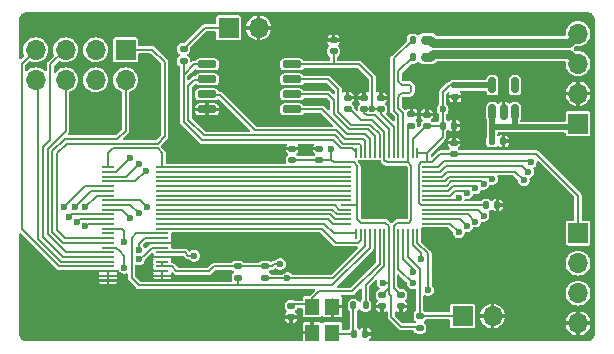
<source format=gtl>
G04 #@! TF.GenerationSoftware,KiCad,Pcbnew,8.0.4*
G04 #@! TF.CreationDate,2024-07-21T22:14:27+02:00*
G04 #@! TF.ProjectId,koyomi-keyboard-adapter,6b6f796f-6d69-42d6-9b65-79626f617264,rev?*
G04 #@! TF.SameCoordinates,Original*
G04 #@! TF.FileFunction,Copper,L1,Top*
G04 #@! TF.FilePolarity,Positive*
%FSLAX46Y46*%
G04 Gerber Fmt 4.6, Leading zero omitted, Abs format (unit mm)*
G04 Created by KiCad (PCBNEW 8.0.4) date 2024-07-21 22:14:27*
%MOMM*%
%LPD*%
G01*
G04 APERTURE LIST*
G04 Aperture macros list*
%AMRoundRect*
0 Rectangle with rounded corners*
0 $1 Rounding radius*
0 $2 $3 $4 $5 $6 $7 $8 $9 X,Y pos of 4 corners*
0 Add a 4 corners polygon primitive as box body*
4,1,4,$2,$3,$4,$5,$6,$7,$8,$9,$2,$3,0*
0 Add four circle primitives for the rounded corners*
1,1,$1+$1,$2,$3*
1,1,$1+$1,$4,$5*
1,1,$1+$1,$6,$7*
1,1,$1+$1,$8,$9*
0 Add four rect primitives between the rounded corners*
20,1,$1+$1,$2,$3,$4,$5,0*
20,1,$1+$1,$4,$5,$6,$7,0*
20,1,$1+$1,$6,$7,$8,$9,0*
20,1,$1+$1,$8,$9,$2,$3,0*%
G04 Aperture macros list end*
G04 #@! TA.AperFunction,SMDPad,CuDef*
%ADD10RoundRect,0.140000X0.170000X-0.140000X0.170000X0.140000X-0.170000X0.140000X-0.170000X-0.140000X0*%
G04 #@! TD*
G04 #@! TA.AperFunction,ComponentPad*
%ADD11R,1.700000X1.700000*%
G04 #@! TD*
G04 #@! TA.AperFunction,ComponentPad*
%ADD12O,1.700000X1.700000*%
G04 #@! TD*
G04 #@! TA.AperFunction,SMDPad,CuDef*
%ADD13RoundRect,0.150000X0.150000X-0.512500X0.150000X0.512500X-0.150000X0.512500X-0.150000X-0.512500X0*%
G04 #@! TD*
G04 #@! TA.AperFunction,SMDPad,CuDef*
%ADD14RoundRect,0.135000X-0.185000X0.135000X-0.185000X-0.135000X0.185000X-0.135000X0.185000X0.135000X0*%
G04 #@! TD*
G04 #@! TA.AperFunction,SMDPad,CuDef*
%ADD15RoundRect,0.050000X-0.387500X-0.050000X0.387500X-0.050000X0.387500X0.050000X-0.387500X0.050000X0*%
G04 #@! TD*
G04 #@! TA.AperFunction,SMDPad,CuDef*
%ADD16RoundRect,0.050000X-0.050000X-0.387500X0.050000X-0.387500X0.050000X0.387500X-0.050000X0.387500X0*%
G04 #@! TD*
G04 #@! TA.AperFunction,HeatsinkPad*
%ADD17R,3.200000X3.200000*%
G04 #@! TD*
G04 #@! TA.AperFunction,SMDPad,CuDef*
%ADD18RoundRect,0.140000X-0.140000X-0.170000X0.140000X-0.170000X0.140000X0.170000X-0.140000X0.170000X0*%
G04 #@! TD*
G04 #@! TA.AperFunction,SMDPad,CuDef*
%ADD19R,1.200000X1.400000*%
G04 #@! TD*
G04 #@! TA.AperFunction,SMDPad,CuDef*
%ADD20RoundRect,0.140000X-0.170000X0.140000X-0.170000X-0.140000X0.170000X-0.140000X0.170000X0.140000X0*%
G04 #@! TD*
G04 #@! TA.AperFunction,SMDPad,CuDef*
%ADD21RoundRect,0.135000X-0.135000X-0.185000X0.135000X-0.185000X0.135000X0.185000X-0.135000X0.185000X0*%
G04 #@! TD*
G04 #@! TA.AperFunction,SMDPad,CuDef*
%ADD22RoundRect,0.150000X-0.650000X-0.150000X0.650000X-0.150000X0.650000X0.150000X-0.650000X0.150000X0*%
G04 #@! TD*
G04 #@! TA.AperFunction,SMDPad,CuDef*
%ADD23R,1.100000X0.200000*%
G04 #@! TD*
G04 #@! TA.AperFunction,SMDPad,CuDef*
%ADD24RoundRect,0.135000X0.185000X-0.135000X0.185000X0.135000X-0.185000X0.135000X-0.185000X-0.135000X0*%
G04 #@! TD*
G04 #@! TA.AperFunction,ViaPad*
%ADD25C,0.600000*%
G04 #@! TD*
G04 #@! TA.AperFunction,Conductor*
%ADD26C,0.200000*%
G04 #@! TD*
G04 #@! TA.AperFunction,Conductor*
%ADD27C,0.500000*%
G04 #@! TD*
G04 #@! TA.AperFunction,Conductor*
%ADD28C,0.800000*%
G04 #@! TD*
G04 APERTURE END LIST*
D10*
X41900000Y-20880000D03*
X41900000Y-19920000D03*
D11*
X21700000Y-15860000D03*
D12*
X21700000Y-18400000D03*
X19160000Y-15860000D03*
X19160000Y-18400000D03*
X16620000Y-15860000D03*
X16620000Y-18400000D03*
X14080000Y-15860000D03*
X14080000Y-18400000D03*
D10*
X39300000Y-16000000D03*
X39300000Y-15040000D03*
D13*
X52750000Y-21137500D03*
X53700000Y-21137500D03*
X54650000Y-21137500D03*
X54650000Y-18862500D03*
X52750000Y-18862500D03*
D14*
X26600000Y-15780000D03*
X26600000Y-16800000D03*
D15*
X40362500Y-25400000D03*
X40362500Y-25800000D03*
X40362500Y-26200000D03*
X40362500Y-26600000D03*
X40362500Y-27000000D03*
X40362500Y-27400000D03*
X40362500Y-27800000D03*
X40362500Y-28200000D03*
X40362500Y-28600000D03*
X40362500Y-29000000D03*
X40362500Y-29400000D03*
X40362500Y-29800000D03*
X40362500Y-30200000D03*
X40362500Y-30600000D03*
D16*
X41200000Y-31437500D03*
X41600000Y-31437500D03*
X42000000Y-31437500D03*
X42400000Y-31437500D03*
X42800000Y-31437500D03*
X43200000Y-31437500D03*
X43600000Y-31437500D03*
X44000000Y-31437500D03*
X44400000Y-31437500D03*
X44800000Y-31437500D03*
X45200000Y-31437500D03*
X45600000Y-31437500D03*
X46000000Y-31437500D03*
X46400000Y-31437500D03*
D15*
X47237500Y-30600000D03*
X47237500Y-30200000D03*
X47237500Y-29800000D03*
X47237500Y-29400000D03*
X47237500Y-29000000D03*
X47237500Y-28600000D03*
X47237500Y-28200000D03*
X47237500Y-27800000D03*
X47237500Y-27400000D03*
X47237500Y-27000000D03*
X47237500Y-26600000D03*
X47237500Y-26200000D03*
X47237500Y-25800000D03*
X47237500Y-25400000D03*
D16*
X46400000Y-24562500D03*
X46000000Y-24562500D03*
X45600000Y-24562500D03*
X45200000Y-24562500D03*
X44800000Y-24562500D03*
X44400000Y-24562500D03*
X44000000Y-24562500D03*
X43600000Y-24562500D03*
X43200000Y-24562500D03*
X42800000Y-24562500D03*
X42400000Y-24562500D03*
X42000000Y-24562500D03*
X41600000Y-24562500D03*
X41200000Y-24562500D03*
D17*
X43800000Y-28000000D03*
D10*
X45900000Y-22280000D03*
X45900000Y-21320000D03*
D18*
X48540000Y-22270000D03*
X49500000Y-22270000D03*
D19*
X37500000Y-37600000D03*
X37500000Y-39800000D03*
X39200000Y-39800000D03*
X39200000Y-37600000D03*
D10*
X47200000Y-22300000D03*
X47200000Y-21340000D03*
X40500000Y-20860000D03*
X40500000Y-19900000D03*
X38100000Y-25180000D03*
X38100000Y-24220000D03*
D18*
X52720000Y-23600000D03*
X53680000Y-23600000D03*
D20*
X45000000Y-36620000D03*
X45000000Y-37580000D03*
D14*
X46600000Y-38390000D03*
X46600000Y-39410000D03*
D21*
X45990000Y-15000000D03*
X47010000Y-15000000D03*
D20*
X49600000Y-18870000D03*
X49600000Y-19830000D03*
D22*
X28600000Y-17095000D03*
X28600000Y-18365000D03*
X28600000Y-19635000D03*
X28600000Y-20905000D03*
X35800000Y-20905000D03*
X35800000Y-19635000D03*
X35800000Y-18365000D03*
X35800000Y-17095000D03*
D10*
X43300000Y-20880000D03*
X43300000Y-19920000D03*
D18*
X52220000Y-29000000D03*
X53180000Y-29000000D03*
D11*
X50225000Y-38400000D03*
D12*
X52765000Y-38400000D03*
D23*
X24799900Y-25800000D03*
X20199900Y-25800000D03*
X24800000Y-26200100D03*
X20199800Y-26200100D03*
X24800000Y-26599900D03*
X20199800Y-26600100D03*
X24800000Y-26999900D03*
X20199800Y-27000200D03*
X24800000Y-27400000D03*
X20199800Y-27400200D03*
X24800000Y-27800000D03*
X20199800Y-27800000D03*
X24800000Y-28200100D03*
X20199800Y-28200100D03*
X24800000Y-28599800D03*
X20199800Y-28600100D03*
X24800000Y-28999900D03*
X20199800Y-29000200D03*
X24800000Y-29400000D03*
X20199800Y-29400200D03*
X24800000Y-29800000D03*
X20199800Y-29800000D03*
X24800000Y-30199800D03*
X20199800Y-30200100D03*
X24800000Y-30599800D03*
X20199800Y-30600100D03*
X24800000Y-30999900D03*
X20199800Y-31000100D03*
X24800000Y-31399900D03*
X20199800Y-31399900D03*
X24800000Y-31800000D03*
X20199800Y-31800000D03*
X24800000Y-32200000D03*
X20199800Y-32200000D03*
X24800000Y-32600100D03*
X20199800Y-32600100D03*
X24800000Y-33000100D03*
X20199800Y-33000100D03*
X24800000Y-33400200D03*
X20199800Y-33400200D03*
X24800000Y-33800000D03*
X20199800Y-33800200D03*
X24800000Y-34200000D03*
X20199800Y-34200000D03*
X24800000Y-34600100D03*
X20199800Y-34600100D03*
X24800000Y-35000100D03*
X20199800Y-35000100D03*
X24799900Y-35400000D03*
X20199800Y-35400000D03*
D21*
X45990000Y-16500000D03*
X47010000Y-16500000D03*
D10*
X49500000Y-24680000D03*
X49500000Y-23720000D03*
D11*
X30425000Y-14000000D03*
D12*
X32965000Y-14000000D03*
D10*
X35800000Y-25180000D03*
X35800000Y-24220000D03*
D14*
X31200000Y-34190000D03*
X31200000Y-35210000D03*
D20*
X43400000Y-36620000D03*
X43400000Y-37580000D03*
D11*
X60000000Y-31380000D03*
D12*
X60000000Y-33920000D03*
X60000000Y-36460000D03*
X60000000Y-39000000D03*
D20*
X35700000Y-37520000D03*
X35700000Y-38480000D03*
D21*
X40990000Y-37500000D03*
X42010000Y-37500000D03*
D24*
X33500000Y-35210000D03*
X33500000Y-34190000D03*
D18*
X41020000Y-39900000D03*
X41980000Y-39900000D03*
D11*
X60000000Y-22100000D03*
D12*
X60000000Y-19560000D03*
X60000000Y-17020000D03*
X60000000Y-14480000D03*
D25*
X45100000Y-38400000D03*
X40400000Y-35600000D03*
X50600000Y-23100000D03*
X30000000Y-35200000D03*
X30900000Y-22100000D03*
X30100000Y-22100000D03*
X50600000Y-24000000D03*
X41500000Y-34600000D03*
X38300000Y-14000000D03*
X49500000Y-21200000D03*
X42600000Y-28400000D03*
X43400000Y-27600000D03*
X43400000Y-28400000D03*
X43400000Y-26800000D03*
X29200000Y-35200000D03*
X43400000Y-29200000D03*
X28500000Y-22100000D03*
X34800000Y-37700000D03*
X44200000Y-28400000D03*
X38300000Y-15100000D03*
X45900000Y-37600000D03*
X40300000Y-14000000D03*
X45000000Y-26800000D03*
X45000000Y-28400000D03*
X36500000Y-38700000D03*
X42600000Y-26800000D03*
X45000000Y-27600000D03*
X41000000Y-35100000D03*
X50600000Y-22100000D03*
X42600000Y-29200000D03*
X28400000Y-35200000D03*
X39300000Y-14000000D03*
X44200000Y-26800000D03*
X42600000Y-27600000D03*
X50600000Y-21200000D03*
X44200000Y-29200000D03*
X40300000Y-38400000D03*
X45000000Y-29200000D03*
X44200000Y-27600000D03*
X22800000Y-34500000D03*
X40300000Y-15000000D03*
X29300000Y-22100000D03*
X40300000Y-39200000D03*
X34800000Y-38500000D03*
X34800000Y-34000000D03*
X43500000Y-35600000D03*
X48540000Y-20900000D03*
X39100000Y-24300000D03*
X42600000Y-20900000D03*
X22800000Y-29700000D03*
X49900000Y-28400000D03*
X55400000Y-26900000D03*
X23400000Y-26100000D03*
X50600000Y-28000000D03*
X23500000Y-29200000D03*
X49900000Y-31300000D03*
X27500000Y-33300000D03*
X47300000Y-36200000D03*
X21600000Y-34300000D03*
X22100000Y-25000000D03*
X56000000Y-25400000D03*
X52000000Y-27200000D03*
X17400000Y-29200000D03*
X52000000Y-29900000D03*
X22100000Y-30100000D03*
X55800000Y-26200000D03*
X22800000Y-25500000D03*
X51300000Y-27600000D03*
X18300100Y-29200000D03*
X52700100Y-26800100D03*
X16500000Y-29200000D03*
X17599800Y-30399900D03*
X50600000Y-30800000D03*
X22800000Y-33600000D03*
X22800000Y-32800000D03*
X21600000Y-32100000D03*
X35400000Y-35200000D03*
X16899800Y-29999900D03*
X51300000Y-30400000D03*
X46700000Y-33600000D03*
X18299800Y-30799900D03*
X46000000Y-35600000D03*
X46000000Y-34700000D03*
D26*
X39300000Y-37100000D02*
X39200000Y-37000000D01*
D27*
X52720000Y-22400000D02*
X52720000Y-21167500D01*
X54100000Y-22400000D02*
X52720000Y-22400000D01*
X54100000Y-22400000D02*
X59780000Y-22400000D01*
X52720000Y-23600000D02*
X52720000Y-22400000D01*
X59780000Y-22400000D02*
X60000000Y-22180000D01*
X54650000Y-21137500D02*
X54650000Y-22400000D01*
X54400000Y-22400000D02*
X54100000Y-22400000D01*
D26*
X44000000Y-31437500D02*
X44000000Y-35600000D01*
X40362500Y-25400000D02*
X41000000Y-25400000D01*
X47100000Y-22300000D02*
X48510000Y-22300000D01*
X47237500Y-25400000D02*
X47600000Y-25400000D01*
X43300000Y-21300000D02*
X43300000Y-20880000D01*
X44000000Y-35600000D02*
X43500000Y-35600000D01*
X39320000Y-25400000D02*
X39100000Y-25180000D01*
X28800000Y-34600000D02*
X29200000Y-34200000D01*
X46490000Y-39300000D02*
X46600000Y-39410000D01*
X34290000Y-34000000D02*
X34800000Y-34000000D01*
X44000000Y-36020000D02*
X43400000Y-36620000D01*
X60000000Y-28200000D02*
X60000000Y-31380000D01*
X44000000Y-31437500D02*
X44000000Y-30800000D01*
X42600000Y-18200000D02*
X41495000Y-17095000D01*
X43700000Y-30500000D02*
X41600000Y-30500000D01*
X29200000Y-34200000D02*
X34090000Y-34200000D01*
X42100000Y-21400000D02*
X42800000Y-21400000D01*
X48540000Y-23260000D02*
X48540000Y-22270000D01*
X49130000Y-18870000D02*
X49600000Y-18870000D01*
X47237500Y-29000000D02*
X52220000Y-29000000D01*
X44000000Y-35700000D02*
X44000000Y-36020000D01*
X44200000Y-36700000D02*
X44200000Y-38500000D01*
X48540000Y-20900000D02*
X48540000Y-19460000D01*
X42580000Y-20880000D02*
X41900000Y-20880000D01*
X48510000Y-22300000D02*
X48540000Y-22270000D01*
X44400000Y-22400000D02*
X44400000Y-24562500D01*
X34090000Y-34200000D02*
X34290000Y-34000000D01*
X44000000Y-36500000D02*
X44200000Y-36700000D01*
X41495000Y-17095000D02*
X39300000Y-17095000D01*
X47237500Y-25400000D02*
X47237500Y-24562500D01*
X42620000Y-20880000D02*
X42600000Y-20900000D01*
X48540000Y-19460000D02*
X49130000Y-18870000D01*
X56480000Y-24680000D02*
X60000000Y-28200000D01*
X24800000Y-34200000D02*
X25600000Y-34200000D01*
X39100000Y-25180000D02*
X38100000Y-25180000D01*
X47600000Y-25400000D02*
X48320000Y-24680000D01*
X38100000Y-25180000D02*
X35800000Y-25180000D01*
X39100000Y-24300000D02*
X39100000Y-25180000D01*
X42600000Y-20900000D02*
X42580000Y-20880000D01*
X48600000Y-22330000D02*
X48540000Y-22270000D01*
X45000000Y-39300000D02*
X46490000Y-39300000D01*
D27*
X49607500Y-18862500D02*
X49600000Y-18870000D01*
D26*
X39300000Y-17095000D02*
X38300000Y-17095000D01*
X44000000Y-30800000D02*
X43700000Y-30500000D01*
X46000000Y-23400000D02*
X47100000Y-22300000D01*
X41000000Y-25400000D02*
X41300000Y-25700000D01*
X42600000Y-20900000D02*
X42600000Y-18200000D01*
X44400000Y-22400000D02*
X43300000Y-21300000D01*
X41900000Y-21200000D02*
X42100000Y-21400000D01*
X47237500Y-25400000D02*
X46703640Y-25400000D01*
X46500000Y-25603640D02*
X46500000Y-28796360D01*
X46703640Y-29000000D02*
X47237500Y-29000000D01*
X39300000Y-16000000D02*
X39300000Y-17095000D01*
X41900000Y-20880000D02*
X41900000Y-21200000D01*
X40362500Y-25400000D02*
X39320000Y-25400000D01*
X44000000Y-24562500D02*
X44000000Y-22600000D01*
X41300000Y-25700000D02*
X41300000Y-29300000D01*
X41300000Y-29000000D02*
X40362500Y-29000000D01*
X38300000Y-17095000D02*
X35800000Y-17095000D01*
X44200000Y-38500000D02*
X45000000Y-39300000D01*
X47237500Y-24562500D02*
X48540000Y-23260000D01*
X25600000Y-34200000D02*
X26000000Y-34600000D01*
X49500000Y-24680000D02*
X56480000Y-24680000D01*
D27*
X52750000Y-18862500D02*
X49607500Y-18862500D01*
D26*
X46000000Y-24562500D02*
X46000000Y-23400000D01*
X46400000Y-24562500D02*
X47237500Y-24562500D01*
X48320000Y-24680000D02*
X49500000Y-24680000D01*
X41600000Y-30500000D02*
X41450000Y-30350000D01*
X42800000Y-21400000D02*
X44000000Y-22600000D01*
X26000000Y-34600000D02*
X28800000Y-34600000D01*
X24800000Y-33800000D02*
X24800000Y-34200000D01*
X41300000Y-29300000D02*
X41300000Y-29000000D01*
X44000000Y-35600000D02*
X44000000Y-35700000D01*
X48540000Y-20900000D02*
X48540000Y-22270000D01*
X41300000Y-30200000D02*
X41300000Y-29300000D01*
X46500000Y-28796360D02*
X46703640Y-29000000D01*
X41450000Y-30350000D02*
X41300000Y-30200000D01*
X43300000Y-20880000D02*
X42620000Y-20880000D01*
X44000000Y-35700000D02*
X44000000Y-36500000D01*
X46703640Y-25400000D02*
X46500000Y-25603640D01*
X44700000Y-30500000D02*
X45700000Y-30500000D01*
X44400000Y-31437500D02*
X44400000Y-36020000D01*
X43600000Y-25148180D02*
X43851820Y-25400000D01*
X45600000Y-22380000D02*
X45700000Y-22280000D01*
X43600000Y-22800000D02*
X42600000Y-21800000D01*
X44400000Y-31437500D02*
X44400000Y-30800000D01*
X41600000Y-21800000D02*
X40580000Y-20780000D01*
X45600000Y-25400000D02*
X45600000Y-24562500D01*
X43600000Y-24562500D02*
X43600000Y-25148180D01*
X45900000Y-30300000D02*
X45900000Y-25700000D01*
X43851820Y-25400000D02*
X45600000Y-25400000D01*
X45900000Y-25700000D02*
X45600000Y-25400000D01*
X45600000Y-24562500D02*
X45600000Y-22380000D01*
X43600000Y-24562500D02*
X43600000Y-22800000D01*
X42600000Y-21800000D02*
X41600000Y-21800000D01*
X44400000Y-30800000D02*
X44700000Y-30500000D01*
X44400000Y-36020000D02*
X45000000Y-36620000D01*
X45700000Y-30500000D02*
X45900000Y-30300000D01*
X40900000Y-36300000D02*
X38100000Y-36300000D01*
X43200000Y-31437500D02*
X43200000Y-34000000D01*
X35700000Y-37400000D02*
X37300000Y-37400000D01*
X43200000Y-34000000D02*
X40900000Y-36300000D01*
X37500000Y-36900000D02*
X37500000Y-37600000D01*
X38100000Y-36300000D02*
X37500000Y-36900000D01*
X40990000Y-37500000D02*
X40990000Y-39870000D01*
X41020000Y-39900000D02*
X39300000Y-39900000D01*
X40362500Y-30600000D02*
X39234314Y-30600000D01*
X39234314Y-30600000D02*
X38834314Y-30200000D01*
X38834314Y-30200000D02*
X24800200Y-30200000D01*
X24800200Y-30200000D02*
X24800000Y-30199800D01*
X22800000Y-29700000D02*
X22100000Y-29000000D01*
X49700000Y-28600000D02*
X49900000Y-28400000D01*
X22100000Y-29000000D02*
X20199700Y-29000000D01*
X47237500Y-28600000D02*
X49700000Y-28600000D01*
X48500000Y-26600000D02*
X47237500Y-26600000D01*
X23400000Y-26100000D02*
X22499800Y-27000200D01*
X22499800Y-27000200D02*
X20199800Y-27000200D01*
X48900000Y-26200000D02*
X48500000Y-26600000D01*
X54700000Y-26200000D02*
X48900000Y-26200000D01*
X55400000Y-26900000D02*
X54700000Y-26200000D01*
X24799900Y-25800000D02*
X24799900Y-24599900D01*
X40362500Y-25800000D02*
X24799900Y-25800000D01*
X20600000Y-24200000D02*
X20199900Y-24600100D01*
X24400000Y-24200000D02*
X20600000Y-24200000D01*
X20199900Y-24600100D02*
X20199900Y-25800000D01*
X24799900Y-24599900D02*
X24400000Y-24200000D01*
X39400000Y-30200000D02*
X39000000Y-29800000D01*
X40362500Y-30200000D02*
X39400000Y-30200000D01*
X39000000Y-29800000D02*
X24800000Y-29800000D01*
X22900000Y-28600000D02*
X20199700Y-28600000D01*
X23500000Y-29200000D02*
X22900000Y-28600000D01*
X49200000Y-28200000D02*
X47237500Y-28200000D01*
X50600000Y-28000000D02*
X50400000Y-27800000D01*
X49600000Y-27800000D02*
X49200000Y-28200000D01*
X50400000Y-27800000D02*
X49600000Y-27800000D01*
X16234314Y-33800000D02*
X20199600Y-33800000D01*
X20199600Y-33800000D02*
X20199800Y-33800200D01*
X14080000Y-18400000D02*
X14300000Y-18620000D01*
X14300000Y-31865686D02*
X16234314Y-33800000D01*
X14300000Y-18620000D02*
X14300000Y-31865686D01*
X27000000Y-33300000D02*
X26700100Y-33000100D01*
X26700100Y-33000100D02*
X24800000Y-33000100D01*
X49200100Y-30600100D02*
X47299700Y-30600100D01*
X27500000Y-33300000D02*
X27000000Y-33300000D01*
X49900000Y-31300000D02*
X49200100Y-30600100D01*
X39800000Y-29400000D02*
X39400000Y-29000000D01*
X40362500Y-29400000D02*
X39800000Y-29400000D01*
X24800100Y-29000000D02*
X39400000Y-29000000D01*
X24800000Y-28999900D02*
X24800100Y-29000000D01*
X24800000Y-27800000D02*
X40362500Y-27800000D01*
X47300000Y-36200000D02*
X47300000Y-33100000D01*
X21600000Y-33300000D02*
X21600000Y-34300000D01*
X46400000Y-32200000D02*
X46400000Y-31437500D01*
X47300000Y-33100000D02*
X46400000Y-32200000D01*
X20199800Y-32600100D02*
X20900100Y-32600100D01*
X21200000Y-32900000D02*
X21600000Y-33300000D01*
X20900100Y-32600100D02*
X21200000Y-32900000D01*
X55900000Y-25300000D02*
X48668628Y-25300000D01*
X48168628Y-25800000D02*
X47237500Y-25800000D01*
X22100000Y-25000000D02*
X20899900Y-26200100D01*
X48668628Y-25300000D02*
X48168628Y-25800000D01*
X20899900Y-26200100D02*
X20199800Y-26200100D01*
X56000000Y-25400000D02*
X55900000Y-25300000D01*
X24800200Y-28600000D02*
X24800000Y-28599800D01*
X40362500Y-28600000D02*
X24800200Y-28600000D01*
X24800000Y-26599900D02*
X40362400Y-26599900D01*
X40362400Y-26599900D02*
X40362500Y-26600000D01*
X49268628Y-27000000D02*
X48868628Y-27400000D01*
X20200300Y-27800000D02*
X18800000Y-27800000D01*
X48868628Y-27400000D02*
X47237500Y-27400000D01*
X52000000Y-27200000D02*
X51800000Y-27000000D01*
X18800000Y-27800000D02*
X17400000Y-29200000D01*
X51800000Y-27000000D02*
X49268628Y-27000000D01*
X17600100Y-33000100D02*
X20199800Y-33000100D01*
X15100000Y-24268628D02*
X15100000Y-31465686D01*
X16620000Y-18400000D02*
X16620000Y-22748628D01*
X17600000Y-33000000D02*
X17600100Y-33000100D01*
X16634314Y-33000000D02*
X17600000Y-33000000D01*
X15100000Y-31465686D02*
X16634314Y-33000000D01*
X16620000Y-22748628D02*
X15100000Y-24268628D01*
X41600000Y-31437500D02*
X41600000Y-32000000D01*
X38299900Y-30999900D02*
X24800000Y-30999900D01*
X39500000Y-32200000D02*
X38299900Y-30999900D01*
X41600000Y-32000000D02*
X41400000Y-32200000D01*
X41400000Y-32200000D02*
X39500000Y-32200000D01*
X40362400Y-26999900D02*
X40362500Y-27000000D01*
X24800000Y-26999900D02*
X40362400Y-26999900D01*
X21400100Y-29400100D02*
X20199700Y-29400100D01*
X52000000Y-29900000D02*
X51500000Y-29400000D01*
X22100000Y-30100000D02*
X21400100Y-29400100D01*
X51500000Y-29400000D02*
X47237500Y-29400000D01*
X22800000Y-25500000D02*
X21699900Y-26600100D01*
X48834314Y-25700000D02*
X48334314Y-26200000D01*
X48334314Y-26200000D02*
X47237500Y-26200000D01*
X55300000Y-25700000D02*
X48834314Y-25700000D01*
X55800000Y-26200000D02*
X55300000Y-25700000D01*
X21699900Y-26600100D02*
X20199800Y-26600100D01*
X24800100Y-26200000D02*
X40362500Y-26200000D01*
X24800000Y-26200100D02*
X24800100Y-26200000D01*
X24800200Y-30600000D02*
X24800000Y-30599800D01*
X41200000Y-31437500D02*
X41200000Y-31400000D01*
X38500000Y-30600000D02*
X24800200Y-30600000D01*
X39300000Y-31400000D02*
X38500000Y-30600000D01*
X41200000Y-31400000D02*
X39300000Y-31400000D01*
X39200000Y-29400000D02*
X24800000Y-29400000D01*
X40362500Y-29800000D02*
X39600000Y-29800000D01*
X39600000Y-29800000D02*
X39200000Y-29400000D01*
X51300000Y-27600000D02*
X51100000Y-27400000D01*
X20200300Y-28200100D02*
X19300000Y-28200100D01*
X49034314Y-27800000D02*
X47237500Y-27800000D01*
X19300000Y-28200100D02*
X18300100Y-29200000D01*
X49434314Y-27400000D02*
X49034314Y-27800000D01*
X51100000Y-27400000D02*
X49434314Y-27400000D01*
X16620000Y-15860000D02*
X16540000Y-15860000D01*
X15300000Y-23502942D02*
X14700000Y-24102942D01*
X14700000Y-24102942D02*
X14700000Y-31700000D01*
X16400200Y-33400200D02*
X20199800Y-33400200D01*
X14700000Y-31700000D02*
X16400200Y-33400200D01*
X16540000Y-15860000D02*
X15300000Y-17100000D01*
X15300000Y-17100000D02*
X15300000Y-23502942D01*
X49102942Y-26600000D02*
X48702942Y-27000000D01*
X18300000Y-27400000D02*
X20200300Y-27400000D01*
X16500000Y-29200000D02*
X18300000Y-27400000D01*
X52500000Y-26600000D02*
X49102942Y-26600000D01*
X48702942Y-27000000D02*
X47237500Y-27000000D01*
X52700100Y-26800100D02*
X52500000Y-26600000D01*
X50000000Y-30200000D02*
X47299700Y-30200000D01*
X20200000Y-30200000D02*
X17799700Y-30200000D01*
X50600000Y-30800000D02*
X50000000Y-30200000D01*
X22900000Y-33600000D02*
X22800000Y-33600000D01*
X23899900Y-32600100D02*
X23300000Y-33200000D01*
X23300000Y-33200000D02*
X22900000Y-33600000D01*
X24800000Y-32600100D02*
X23899900Y-32600100D01*
X23960000Y-15860000D02*
X21700000Y-15860000D01*
X25000000Y-16900000D02*
X23960000Y-15860000D01*
X24400000Y-23800000D02*
X25000000Y-23200000D01*
X20199800Y-31800000D02*
X16600000Y-31800000D01*
X16600000Y-31800000D02*
X15900000Y-31100000D01*
X15900000Y-31100000D02*
X15900000Y-24600000D01*
X25000000Y-23200000D02*
X25000000Y-16900000D01*
X15900000Y-24600000D02*
X16700000Y-23800000D01*
X16700000Y-23800000D02*
X24400000Y-23800000D01*
X22200000Y-31800000D02*
X22200000Y-35200000D01*
X24800000Y-31399900D02*
X22600100Y-31399900D01*
X42400000Y-32600000D02*
X39200000Y-35800000D01*
X22800000Y-35800000D02*
X31200000Y-35800000D01*
X22200000Y-35200000D02*
X22800000Y-35800000D01*
X39200000Y-35800000D02*
X31200000Y-35800000D01*
X42400000Y-31437500D02*
X42400000Y-32600000D01*
X22600100Y-31399900D02*
X22200000Y-31800000D01*
X31200000Y-35210000D02*
X31200000Y-35800000D01*
X22800000Y-32300000D02*
X23300000Y-31800000D01*
X22800000Y-32800000D02*
X22800000Y-32300000D01*
X23300000Y-31800000D02*
X24800000Y-31800000D01*
X16068628Y-34200000D02*
X12900000Y-31031372D01*
X12900000Y-17040000D02*
X14080000Y-15860000D01*
X20199800Y-34200000D02*
X16068628Y-34200000D01*
X12900000Y-31031372D02*
X12900000Y-17040000D01*
X21000000Y-23400000D02*
X16534314Y-23400000D01*
X15500000Y-24434314D02*
X15500000Y-31300000D01*
X21700000Y-22700000D02*
X21000000Y-23400000D01*
X21700000Y-18400000D02*
X21700000Y-22700000D01*
X16534314Y-23400000D02*
X15500000Y-24434314D01*
X16400000Y-32200000D02*
X20199800Y-32200000D01*
X15500000Y-31300000D02*
X16400000Y-32200000D01*
X40362500Y-28200000D02*
X24800100Y-28200000D01*
X24800100Y-28200000D02*
X24800000Y-28200100D01*
X40362500Y-27400000D02*
X24800000Y-27400000D01*
X42000000Y-32431372D02*
X39231372Y-35200000D01*
X42000000Y-31437500D02*
X42000000Y-32431372D01*
X21400100Y-31000100D02*
X20199500Y-31000100D01*
X39231372Y-35200000D02*
X33510000Y-35200000D01*
X33510000Y-35200000D02*
X33500000Y-35210000D01*
X21600000Y-31200000D02*
X21400100Y-31000100D01*
X21600000Y-32100000D02*
X21600000Y-31200000D01*
X51300000Y-30400000D02*
X50700000Y-29800000D01*
X17099700Y-29800000D02*
X20200000Y-29800000D01*
X50700000Y-29800000D02*
X47299700Y-29800000D01*
X46700000Y-33600000D02*
X46700000Y-33100000D01*
X20200000Y-30600100D02*
X18499600Y-30600100D01*
X46700000Y-33100000D02*
X46000000Y-32400000D01*
X46000000Y-32400000D02*
X46000000Y-31437500D01*
X30425000Y-14000000D02*
X28380000Y-14000000D01*
X28380000Y-14000000D02*
X26600000Y-15780000D01*
X45600000Y-33400000D02*
X46600000Y-34400000D01*
X46600000Y-34400000D02*
X46600000Y-38390000D01*
X46600000Y-38390000D02*
X50215000Y-38390000D01*
X45600000Y-31437500D02*
X45600000Y-33400000D01*
D28*
X59205000Y-15275000D02*
X60000000Y-14480000D01*
X47010000Y-15000000D02*
X47490001Y-15000000D01*
X47765001Y-15275000D02*
X59205000Y-15275000D01*
X47490001Y-15000000D02*
X47765001Y-15275000D01*
D26*
X44800000Y-31437500D02*
X44800000Y-34400000D01*
X44800000Y-34400000D02*
X46000000Y-35600000D01*
X45200000Y-33600000D02*
X45200000Y-31437500D01*
X46000000Y-34400000D02*
X45200000Y-33600000D01*
X46000000Y-34700000D02*
X46000000Y-34400000D01*
X39934314Y-24200000D02*
X39234314Y-23500000D01*
X39234314Y-23500000D02*
X28134314Y-23500000D01*
X26600000Y-18000000D02*
X27505000Y-17095000D01*
X41200000Y-24500000D02*
X40900000Y-24200000D01*
X27505000Y-17095000D02*
X28600000Y-17095000D01*
X28134314Y-23500000D02*
X26600000Y-21965686D01*
X26600000Y-21965686D02*
X26600000Y-18200000D01*
X40900000Y-24200000D02*
X39934314Y-24200000D01*
X26600000Y-18200000D02*
X26600000Y-16800000D01*
X41200000Y-24562500D02*
X41200000Y-24500000D01*
X26600000Y-18200000D02*
X26600000Y-18000000D01*
X43600000Y-31437500D02*
X43600000Y-34200000D01*
X43600000Y-34200000D02*
X42010000Y-35790000D01*
X42010000Y-35790000D02*
X42010000Y-37500000D01*
X44800000Y-21400000D02*
X44400000Y-21000000D01*
X44400000Y-21000000D02*
X44400000Y-16590000D01*
X44800000Y-24562500D02*
X44800000Y-21400000D01*
X44400000Y-16590000D02*
X45990000Y-15000000D01*
X45590000Y-19550000D02*
X45100000Y-19550000D01*
X45200000Y-21200000D02*
X45200000Y-24562500D01*
X44800000Y-20400000D02*
X44800000Y-20800000D01*
X45890000Y-19100000D02*
X45890000Y-19250000D01*
X45990000Y-16500000D02*
X44800000Y-17690000D01*
X44800000Y-19850000D02*
X44800000Y-20000000D01*
X44800000Y-20000000D02*
X44800000Y-20400000D01*
X44800000Y-17690000D02*
X44800000Y-18500000D01*
X44800000Y-20800000D02*
X45200000Y-21200000D01*
X45100000Y-18800000D02*
X45590000Y-18800000D01*
X45100000Y-19550000D02*
G75*
G03*
X44800000Y-19850000I0J-300000D01*
G01*
X45590000Y-18800000D02*
G75*
G02*
X45890000Y-19100000I0J-300000D01*
G01*
X44800000Y-18500000D02*
G75*
G03*
X45100000Y-18800000I300000J0D01*
G01*
X45890000Y-19250000D02*
G75*
G02*
X45590000Y-19550000I-300000J0D01*
G01*
X42400000Y-23400000D02*
X42000000Y-23000000D01*
X42400000Y-24562500D02*
X42400000Y-23400000D01*
X42000000Y-23000000D02*
X40434314Y-23000000D01*
X40434314Y-23000000D02*
X38339314Y-20905000D01*
X38339314Y-20905000D02*
X35800000Y-20905000D01*
X42400000Y-22200000D02*
X40800000Y-22200000D01*
X38865000Y-18365000D02*
X35800000Y-18365000D01*
X39700000Y-19200000D02*
X38865000Y-18365000D01*
X39700000Y-21100000D02*
X39700000Y-19200000D01*
X43200000Y-24562500D02*
X43200000Y-23000000D01*
X40800000Y-22200000D02*
X39700000Y-21100000D01*
X43200000Y-23000000D02*
X42400000Y-22200000D01*
X41800000Y-23400000D02*
X42000000Y-23600000D01*
X39534314Y-22665686D02*
X40268628Y-23400000D01*
X28600000Y-19635000D02*
X28665000Y-19700000D01*
X32665686Y-22665686D02*
X39534314Y-22665686D01*
X29700000Y-19700000D02*
X32665686Y-22665686D01*
X28665000Y-19700000D02*
X29700000Y-19700000D01*
X40268628Y-23400000D02*
X41800000Y-23400000D01*
X42000000Y-23600000D02*
X42000000Y-24562500D01*
X39300000Y-20100000D02*
X38835000Y-19635000D01*
X42200000Y-22600000D02*
X40600000Y-22600000D01*
X40600000Y-22600000D02*
X39300000Y-21300000D01*
X39300000Y-21300000D02*
X39300000Y-20100000D01*
X38835000Y-19635000D02*
X35800000Y-19635000D01*
X42800000Y-23200000D02*
X42200000Y-22600000D01*
X42800000Y-24562500D02*
X42800000Y-23200000D01*
X41600000Y-24562500D02*
X41600000Y-23900000D01*
X27000000Y-18900000D02*
X27500000Y-18400000D01*
X41500000Y-23800000D02*
X40100000Y-23800000D01*
X28565000Y-18400000D02*
X28600000Y-18365000D01*
X27000000Y-21800000D02*
X27000000Y-18900000D01*
X27500000Y-18400000D02*
X28565000Y-18400000D01*
X40100000Y-23800000D02*
X39400000Y-23100000D01*
X28300000Y-23100000D02*
X27000000Y-21800000D01*
X39400000Y-23100000D02*
X28300000Y-23100000D01*
X41600000Y-23900000D02*
X41500000Y-23800000D01*
D28*
X47765001Y-16225000D02*
X59205000Y-16225000D01*
X47010000Y-16500000D02*
X47490001Y-16500000D01*
X59205000Y-16225000D02*
X60000000Y-17020000D01*
X47490001Y-16500000D02*
X47765001Y-16225000D01*
G04 #@! TA.AperFunction,Conductor*
G36*
X12869501Y-31425844D02*
G01*
X15884117Y-34440460D01*
X15884119Y-34440461D01*
X15884121Y-34440463D01*
X15952636Y-34480020D01*
X15952634Y-34480020D01*
X15952638Y-34480021D01*
X15952640Y-34480022D01*
X16029066Y-34500500D01*
X16029068Y-34500500D01*
X20770323Y-34500500D01*
X20778474Y-34500100D01*
X20949799Y-34500100D01*
X20967163Y-34482735D01*
X20968707Y-34477985D01*
X21018207Y-34442021D01*
X21079393Y-34442021D01*
X21128893Y-34477985D01*
X21138853Y-34495049D01*
X21172583Y-34568907D01*
X21174623Y-34573373D01*
X21255243Y-34666414D01*
X21268873Y-34682144D01*
X21371343Y-34747997D01*
X21389947Y-34759953D01*
X21473585Y-34784511D01*
X21528035Y-34800499D01*
X21528036Y-34800499D01*
X21528039Y-34800500D01*
X21528041Y-34800500D01*
X21671959Y-34800500D01*
X21671961Y-34800500D01*
X21772610Y-34770947D01*
X21833769Y-34772694D01*
X21882222Y-34810057D01*
X21899500Y-34865937D01*
X21899500Y-35239564D01*
X21919977Y-35315985D01*
X21919979Y-35315990D01*
X21945121Y-35359538D01*
X21956311Y-35378919D01*
X21959540Y-35384511D01*
X22559540Y-35984511D01*
X22559539Y-35984511D01*
X22615489Y-36040460D01*
X22684007Y-36080019D01*
X22684011Y-36080021D01*
X22760435Y-36100499D01*
X22760437Y-36100500D01*
X22760438Y-36100500D01*
X22839562Y-36100500D01*
X31160438Y-36100500D01*
X31239562Y-36100500D01*
X37635521Y-36100500D01*
X37693712Y-36119407D01*
X37729676Y-36168907D01*
X37729676Y-36230093D01*
X37705525Y-36269504D01*
X37304525Y-36670504D01*
X37250008Y-36698281D01*
X37234521Y-36699500D01*
X36880252Y-36699500D01*
X36880251Y-36699500D01*
X36880241Y-36699501D01*
X36821772Y-36711132D01*
X36821766Y-36711134D01*
X36755451Y-36755445D01*
X36755445Y-36755451D01*
X36711134Y-36821766D01*
X36711132Y-36821772D01*
X36699501Y-36880241D01*
X36699500Y-36880253D01*
X36699500Y-37000500D01*
X36680593Y-37058691D01*
X36631093Y-37094655D01*
X36600500Y-37099500D01*
X36096105Y-37099500D01*
X36054266Y-37090224D01*
X35959489Y-37046028D01*
X35934694Y-37042764D01*
X35909901Y-37039500D01*
X35909899Y-37039500D01*
X35490103Y-37039500D01*
X35490092Y-37039501D01*
X35440513Y-37046027D01*
X35440511Y-37046027D01*
X35331686Y-37096774D01*
X35246774Y-37181686D01*
X35196029Y-37290510D01*
X35196028Y-37290511D01*
X35189500Y-37340100D01*
X35189500Y-37699895D01*
X35189501Y-37699907D01*
X35196027Y-37749486D01*
X35196027Y-37749488D01*
X35246774Y-37858313D01*
X35246775Y-37858314D01*
X35246776Y-37858316D01*
X35318812Y-37930352D01*
X35346588Y-37984867D01*
X35337017Y-38045299D01*
X35318811Y-38070358D01*
X35247190Y-38141978D01*
X35196521Y-38250638D01*
X35196519Y-38250645D01*
X35190000Y-38300161D01*
X35190000Y-38329999D01*
X35190001Y-38330000D01*
X36209999Y-38330000D01*
X36210000Y-38329999D01*
X36210000Y-38300161D01*
X36203480Y-38250645D01*
X36203478Y-38250638D01*
X36152809Y-38141978D01*
X36081189Y-38070358D01*
X36053412Y-38015841D01*
X36062983Y-37955409D01*
X36081186Y-37930353D01*
X36153224Y-37858316D01*
X36176052Y-37809361D01*
X36200161Y-37757661D01*
X36241889Y-37712913D01*
X36289885Y-37700500D01*
X36600500Y-37700500D01*
X36658691Y-37719407D01*
X36694655Y-37768907D01*
X36699500Y-37799500D01*
X36699500Y-38319746D01*
X36699501Y-38319758D01*
X36711132Y-38378227D01*
X36711134Y-38378233D01*
X36755205Y-38444189D01*
X36755448Y-38444552D01*
X36821769Y-38488867D01*
X36866231Y-38497711D01*
X36880241Y-38500498D01*
X36880246Y-38500498D01*
X36880252Y-38500500D01*
X36880253Y-38500500D01*
X38119747Y-38500500D01*
X38119748Y-38500500D01*
X38178231Y-38488867D01*
X38244552Y-38444552D01*
X38267985Y-38409481D01*
X38316034Y-38371603D01*
X38377173Y-38369201D01*
X38428046Y-38403194D01*
X38432615Y-38409482D01*
X38455805Y-38444188D01*
X38455810Y-38444193D01*
X38521963Y-38488396D01*
X38580299Y-38499999D01*
X38580303Y-38500000D01*
X39049999Y-38500000D01*
X39050000Y-38499999D01*
X39050000Y-37750001D01*
X39350000Y-37750001D01*
X39350000Y-38499999D01*
X39350001Y-38500000D01*
X39819697Y-38500000D01*
X39819700Y-38499999D01*
X39878036Y-38488396D01*
X39944189Y-38444193D01*
X39944193Y-38444189D01*
X39988396Y-38378036D01*
X39999999Y-38319700D01*
X40000000Y-38319697D01*
X40000000Y-37750001D01*
X39999999Y-37750000D01*
X39350001Y-37750000D01*
X39350000Y-37750001D01*
X39050000Y-37750001D01*
X39050000Y-37549000D01*
X39068907Y-37490809D01*
X39118407Y-37454845D01*
X39149000Y-37450000D01*
X39999999Y-37450000D01*
X40000000Y-37449999D01*
X40000000Y-36880302D01*
X39999999Y-36880299D01*
X39988396Y-36821963D01*
X39943319Y-36754502D01*
X39926710Y-36695614D01*
X39947887Y-36638210D01*
X39998761Y-36604217D01*
X40025634Y-36600500D01*
X40939563Y-36600500D01*
X40939563Y-36600499D01*
X41015989Y-36580021D01*
X41084511Y-36540460D01*
X41140460Y-36484511D01*
X41540496Y-36084475D01*
X41595013Y-36056698D01*
X41655445Y-36066269D01*
X41698710Y-36109534D01*
X41709500Y-36154479D01*
X41709500Y-36965024D01*
X41690593Y-37023215D01*
X41680504Y-37035028D01*
X41679597Y-37035934D01*
X41679596Y-37035935D01*
X41630664Y-37084867D01*
X41595933Y-37119598D01*
X41589724Y-37132915D01*
X41547995Y-37177663D01*
X41487934Y-37189337D01*
X41432482Y-37163478D01*
X41410276Y-37132915D01*
X41404066Y-37119598D01*
X41404065Y-37119597D01*
X41404065Y-37119596D01*
X41320404Y-37035935D01*
X41320402Y-37035934D01*
X41320401Y-37035933D01*
X41213175Y-36985932D01*
X41171995Y-36980511D01*
X41164316Y-36979500D01*
X40815684Y-36979500D01*
X40808005Y-36980511D01*
X40766825Y-36985932D01*
X40766824Y-36985932D01*
X40659598Y-37035933D01*
X40575933Y-37119598D01*
X40525932Y-37226824D01*
X40525932Y-37226825D01*
X40525932Y-37226827D01*
X40519500Y-37275684D01*
X40519500Y-37724316D01*
X40522814Y-37749486D01*
X40525932Y-37773174D01*
X40525932Y-37773175D01*
X40575933Y-37880401D01*
X40575934Y-37880402D01*
X40575935Y-37880404D01*
X40659596Y-37964065D01*
X40659597Y-37964065D01*
X40660504Y-37964972D01*
X40688281Y-38019489D01*
X40689500Y-38034976D01*
X40689500Y-39397953D01*
X40670593Y-39456144D01*
X40660509Y-39467950D01*
X40628460Y-39500000D01*
X40596776Y-39531684D01*
X40591808Y-39542339D01*
X40550079Y-39587087D01*
X40502083Y-39599500D01*
X40099500Y-39599500D01*
X40041309Y-39580593D01*
X40005345Y-39531093D01*
X40000500Y-39500500D01*
X40000500Y-39080253D01*
X40000498Y-39080241D01*
X39997630Y-39065826D01*
X39988867Y-39021769D01*
X39944552Y-38955448D01*
X39912714Y-38934174D01*
X39878233Y-38911134D01*
X39878231Y-38911133D01*
X39878228Y-38911132D01*
X39878227Y-38911132D01*
X39819758Y-38899501D01*
X39819748Y-38899500D01*
X38580252Y-38899500D01*
X38580251Y-38899500D01*
X38580241Y-38899501D01*
X38521772Y-38911132D01*
X38521766Y-38911134D01*
X38455451Y-38955445D01*
X38455446Y-38955450D01*
X38432013Y-38990519D01*
X38383962Y-39028397D01*
X38322824Y-39030797D01*
X38271951Y-38996803D01*
X38267384Y-38990517D01*
X38244193Y-38955810D01*
X38244189Y-38955806D01*
X38178036Y-38911603D01*
X38119700Y-38900000D01*
X37650001Y-38900000D01*
X37650000Y-38900001D01*
X37650000Y-39851000D01*
X37631093Y-39909191D01*
X37581593Y-39945155D01*
X37551000Y-39950000D01*
X36700001Y-39950000D01*
X36700000Y-39950001D01*
X36700000Y-40400500D01*
X36681093Y-40458691D01*
X36631593Y-40494655D01*
X36601000Y-40499500D01*
X13205556Y-40499500D01*
X13194471Y-40498877D01*
X13099938Y-40488225D01*
X13078326Y-40483293D01*
X13030296Y-40466487D01*
X12993801Y-40453717D01*
X12973828Y-40444098D01*
X12898012Y-40396459D01*
X12880680Y-40382638D01*
X12817361Y-40319319D01*
X12803540Y-40301987D01*
X12755901Y-40226171D01*
X12746283Y-40206202D01*
X12716705Y-40121669D01*
X12711775Y-40100073D01*
X12701121Y-40005512D01*
X12700500Y-39994444D01*
X12700500Y-39080299D01*
X36700000Y-39080299D01*
X36700000Y-39649999D01*
X36700001Y-39650000D01*
X37349999Y-39650000D01*
X37350000Y-39649999D01*
X37350000Y-38900001D01*
X37349999Y-38900000D01*
X36880299Y-38900000D01*
X36821963Y-38911603D01*
X36755810Y-38955806D01*
X36755806Y-38955810D01*
X36711603Y-39021963D01*
X36700000Y-39080299D01*
X12700500Y-39080299D01*
X12700500Y-38630001D01*
X35190000Y-38630001D01*
X35190000Y-38659838D01*
X35196519Y-38709354D01*
X35196521Y-38709361D01*
X35247190Y-38818021D01*
X35331978Y-38902809D01*
X35440638Y-38953478D01*
X35440645Y-38953480D01*
X35490161Y-38960000D01*
X35549999Y-38960000D01*
X35550000Y-38959999D01*
X35550000Y-38630001D01*
X35850000Y-38630001D01*
X35850000Y-38959999D01*
X35850001Y-38960000D01*
X35909838Y-38960000D01*
X35959354Y-38953480D01*
X35959361Y-38953478D01*
X36068021Y-38902809D01*
X36152809Y-38818021D01*
X36203478Y-38709361D01*
X36203480Y-38709354D01*
X36210000Y-38659838D01*
X36210000Y-38630001D01*
X36209999Y-38630000D01*
X35850001Y-38630000D01*
X35850000Y-38630001D01*
X35550000Y-38630001D01*
X35549999Y-38630000D01*
X35190001Y-38630000D01*
X35190000Y-38630001D01*
X12700500Y-38630001D01*
X12700500Y-35500001D01*
X19449800Y-35500001D01*
X19449800Y-35519700D01*
X19461403Y-35578036D01*
X19505606Y-35644189D01*
X19505610Y-35644193D01*
X19571763Y-35688396D01*
X19630099Y-35699999D01*
X19630103Y-35700000D01*
X20099799Y-35700000D01*
X20099800Y-35699999D01*
X20099800Y-35500001D01*
X20299800Y-35500001D01*
X20299800Y-35699999D01*
X20299801Y-35700000D01*
X20769497Y-35700000D01*
X20769500Y-35699999D01*
X20827836Y-35688396D01*
X20893989Y-35644193D01*
X20893993Y-35644189D01*
X20938196Y-35578036D01*
X20949799Y-35519700D01*
X20949800Y-35519697D01*
X20949800Y-35500001D01*
X20949799Y-35500000D01*
X20299801Y-35500000D01*
X20299800Y-35500001D01*
X20099800Y-35500001D01*
X20099799Y-35500000D01*
X19449801Y-35500000D01*
X19449800Y-35500001D01*
X12700500Y-35500001D01*
X12700500Y-35100101D01*
X19449800Y-35100101D01*
X19449800Y-35119805D01*
X19461920Y-35180738D01*
X19461920Y-35219362D01*
X19449800Y-35280294D01*
X19449800Y-35299999D01*
X19449801Y-35300000D01*
X20099799Y-35300000D01*
X20099800Y-35299999D01*
X20099800Y-35100101D01*
X20299800Y-35100101D01*
X20299800Y-35299999D01*
X20299801Y-35300000D01*
X20949799Y-35300000D01*
X20949800Y-35299999D01*
X20949800Y-35280302D01*
X20949798Y-35280292D01*
X20937679Y-35219365D01*
X20937679Y-35180735D01*
X20949798Y-35119807D01*
X20949800Y-35119797D01*
X20949800Y-35100101D01*
X20949799Y-35100100D01*
X20299801Y-35100100D01*
X20299800Y-35100101D01*
X20099800Y-35100101D01*
X20099799Y-35100100D01*
X19449801Y-35100100D01*
X19449800Y-35100101D01*
X12700500Y-35100101D01*
X12700500Y-34700101D01*
X19449800Y-34700101D01*
X19449800Y-34719800D01*
X19461931Y-34780786D01*
X19461931Y-34819414D01*
X19449800Y-34880399D01*
X19449800Y-34900099D01*
X19449801Y-34900100D01*
X20099799Y-34900100D01*
X20099800Y-34900099D01*
X20099800Y-34700101D01*
X20299800Y-34700101D01*
X20299800Y-34900099D01*
X20299801Y-34900100D01*
X20949799Y-34900100D01*
X20949800Y-34900099D01*
X20949800Y-34880402D01*
X20949799Y-34880399D01*
X20937669Y-34819414D01*
X20937669Y-34780786D01*
X20949799Y-34719800D01*
X20949800Y-34719797D01*
X20949800Y-34700101D01*
X20949799Y-34700100D01*
X20299801Y-34700100D01*
X20299800Y-34700101D01*
X20099800Y-34700101D01*
X20099799Y-34700100D01*
X19449801Y-34700100D01*
X19449800Y-34700101D01*
X12700500Y-34700101D01*
X12700500Y-31495850D01*
X12719407Y-31437659D01*
X12768907Y-31401695D01*
X12830093Y-31401695D01*
X12869501Y-31425844D01*
G37*
G04 #@! TD.AperFunction*
G04 #@! TA.AperFunction,Conductor*
G36*
X60905512Y-12701121D02*
G01*
X61000073Y-12711775D01*
X61021669Y-12716705D01*
X61106202Y-12746283D01*
X61126168Y-12755899D01*
X61164079Y-12779720D01*
X61201987Y-12803540D01*
X61219319Y-12817361D01*
X61282638Y-12880680D01*
X61296459Y-12898012D01*
X61344098Y-12973828D01*
X61353717Y-12993801D01*
X61357793Y-13005448D01*
X61383293Y-13078326D01*
X61388225Y-13099938D01*
X61398877Y-13194470D01*
X61399500Y-13205555D01*
X61399500Y-39994444D01*
X61398877Y-40005529D01*
X61388225Y-40100061D01*
X61383293Y-40121673D01*
X61353718Y-40206196D01*
X61344098Y-40226171D01*
X61296459Y-40301987D01*
X61282638Y-40319319D01*
X61219319Y-40382638D01*
X61201987Y-40396459D01*
X61126171Y-40444098D01*
X61106196Y-40453718D01*
X61021673Y-40483293D01*
X61000061Y-40488225D01*
X60905529Y-40498877D01*
X60894444Y-40499500D01*
X42410339Y-40499500D01*
X42352148Y-40480593D01*
X42316184Y-40431093D01*
X42316184Y-40369907D01*
X42340335Y-40330496D01*
X42402809Y-40268021D01*
X42453478Y-40159361D01*
X42453480Y-40159354D01*
X42460000Y-40109838D01*
X42460000Y-40050001D01*
X42459999Y-40050000D01*
X41929000Y-40050000D01*
X41870809Y-40031093D01*
X41834845Y-39981593D01*
X41830000Y-39951000D01*
X41830000Y-39390001D01*
X42130000Y-39390001D01*
X42130000Y-39749999D01*
X42130001Y-39750000D01*
X42459999Y-39750000D01*
X42460000Y-39749999D01*
X42460000Y-39690161D01*
X42453480Y-39640645D01*
X42453478Y-39640638D01*
X42402809Y-39531978D01*
X42318021Y-39447190D01*
X42209361Y-39396521D01*
X42209354Y-39396519D01*
X42159839Y-39390000D01*
X42130001Y-39390000D01*
X42130000Y-39390001D01*
X41830000Y-39390001D01*
X41829999Y-39390000D01*
X41800161Y-39390000D01*
X41750645Y-39396519D01*
X41750638Y-39396521D01*
X41641978Y-39447190D01*
X41570358Y-39518811D01*
X41515841Y-39546588D01*
X41455409Y-39537017D01*
X41430353Y-39518813D01*
X41358316Y-39446776D01*
X41358314Y-39446775D01*
X41358313Y-39446774D01*
X41347659Y-39441806D01*
X41302912Y-39400076D01*
X41290500Y-39352082D01*
X41290500Y-38034976D01*
X41309407Y-37976785D01*
X41319496Y-37964972D01*
X41320402Y-37964065D01*
X41320404Y-37964065D01*
X41404065Y-37880404D01*
X41410275Y-37867085D01*
X41452003Y-37822337D01*
X41512064Y-37810662D01*
X41567517Y-37836519D01*
X41589724Y-37867084D01*
X41595935Y-37880404D01*
X41679596Y-37964065D01*
X41679597Y-37964065D01*
X41679598Y-37964066D01*
X41786824Y-38014067D01*
X41786825Y-38014067D01*
X41786827Y-38014068D01*
X41835684Y-38020500D01*
X41835685Y-38020500D01*
X42184314Y-38020500D01*
X42184316Y-38020500D01*
X42233173Y-38014068D01*
X42340404Y-37964065D01*
X42424065Y-37880404D01*
X42474068Y-37773173D01*
X42479752Y-37730001D01*
X42890000Y-37730001D01*
X42890000Y-37759838D01*
X42896519Y-37809354D01*
X42896521Y-37809361D01*
X42947190Y-37918021D01*
X43031978Y-38002809D01*
X43140638Y-38053478D01*
X43140645Y-38053480D01*
X43190161Y-38060000D01*
X43249999Y-38060000D01*
X43250000Y-38059999D01*
X43250000Y-37730001D01*
X43249999Y-37730000D01*
X42890001Y-37730000D01*
X42890000Y-37730001D01*
X42479752Y-37730001D01*
X42480500Y-37724316D01*
X42480500Y-37275684D01*
X42474068Y-37226827D01*
X42464549Y-37206414D01*
X42424066Y-37119598D01*
X42424065Y-37119597D01*
X42424065Y-37119596D01*
X42340404Y-37035935D01*
X42340402Y-37035934D01*
X42339496Y-37035028D01*
X42311719Y-36980511D01*
X42310500Y-36965024D01*
X42310500Y-35955479D01*
X42329407Y-35897288D01*
X42339496Y-35885475D01*
X42580782Y-35644189D01*
X42846053Y-35378917D01*
X42900568Y-35351142D01*
X42961000Y-35360713D01*
X43004265Y-35403978D01*
X43014047Y-35463011D01*
X42994353Y-35599995D01*
X42994353Y-35600002D01*
X43014834Y-35742456D01*
X43066013Y-35854521D01*
X43074623Y-35873373D01*
X43145768Y-35955479D01*
X43173509Y-35987494D01*
X43171837Y-35988942D01*
X43198094Y-36032477D01*
X43192862Y-36093438D01*
X43152797Y-36139681D01*
X43143508Y-36144630D01*
X43031686Y-36196774D01*
X42946774Y-36281686D01*
X42896029Y-36390510D01*
X42896028Y-36390511D01*
X42889500Y-36440100D01*
X42889500Y-36799895D01*
X42889501Y-36799907D01*
X42896027Y-36849486D01*
X42896027Y-36849488D01*
X42946774Y-36958313D01*
X42946775Y-36958314D01*
X42946776Y-36958316D01*
X43018812Y-37030352D01*
X43046588Y-37084867D01*
X43037017Y-37145299D01*
X43018811Y-37170358D01*
X42947190Y-37241978D01*
X42896521Y-37350638D01*
X42896519Y-37350645D01*
X42890000Y-37400161D01*
X42890000Y-37429999D01*
X42890001Y-37430000D01*
X43451000Y-37430000D01*
X43509191Y-37448907D01*
X43545155Y-37498407D01*
X43550000Y-37529000D01*
X43550000Y-38059999D01*
X43550001Y-38060000D01*
X43609838Y-38060000D01*
X43659354Y-38053480D01*
X43659358Y-38053479D01*
X43758660Y-38007174D01*
X43819390Y-37999717D01*
X43872904Y-38029380D01*
X43898762Y-38084832D01*
X43899500Y-38096898D01*
X43899500Y-38539564D01*
X43919978Y-38615988D01*
X43919979Y-38615990D01*
X43928068Y-38630000D01*
X43928334Y-38630460D01*
X43959540Y-38684511D01*
X44759540Y-39484511D01*
X44759539Y-39484511D01*
X44815489Y-39540460D01*
X44884007Y-39580019D01*
X44884011Y-39580021D01*
X44960435Y-39600499D01*
X44960437Y-39600500D01*
X44960438Y-39600500D01*
X45039562Y-39600500D01*
X46007626Y-39600500D01*
X46065817Y-39619407D01*
X46097350Y-39657660D01*
X46135933Y-39740401D01*
X46135934Y-39740402D01*
X46135935Y-39740404D01*
X46219596Y-39824065D01*
X46219597Y-39824065D01*
X46219598Y-39824066D01*
X46326824Y-39874067D01*
X46326825Y-39874067D01*
X46326827Y-39874068D01*
X46375684Y-39880500D01*
X46375685Y-39880500D01*
X46824314Y-39880500D01*
X46824316Y-39880500D01*
X46873173Y-39874068D01*
X46980404Y-39824065D01*
X47064065Y-39740404D01*
X47114068Y-39633173D01*
X47120500Y-39584316D01*
X47120500Y-39235684D01*
X47114068Y-39186827D01*
X47095057Y-39146059D01*
X47064066Y-39079598D01*
X47064065Y-39079597D01*
X47064065Y-39079596D01*
X46980404Y-38995935D01*
X46967085Y-38989724D01*
X46922337Y-38947997D01*
X46910662Y-38887936D01*
X46936519Y-38832483D01*
X46967084Y-38810275D01*
X46980404Y-38804065D01*
X47064065Y-38720404D01*
X47064065Y-38720402D01*
X47064972Y-38719496D01*
X47119489Y-38691719D01*
X47134976Y-38690500D01*
X49075500Y-38690500D01*
X49133691Y-38709407D01*
X49169655Y-38758907D01*
X49174500Y-38789500D01*
X49174500Y-39269746D01*
X49174501Y-39269758D01*
X49186132Y-39328227D01*
X49186134Y-39328233D01*
X49217228Y-39374767D01*
X49230448Y-39394552D01*
X49296769Y-39438867D01*
X49338612Y-39447190D01*
X49355241Y-39450498D01*
X49355246Y-39450498D01*
X49355252Y-39450500D01*
X49355253Y-39450500D01*
X51094747Y-39450500D01*
X51094748Y-39450500D01*
X51153231Y-39438867D01*
X51219552Y-39394552D01*
X51263867Y-39328231D01*
X51275500Y-39269748D01*
X51275500Y-38249998D01*
X51724692Y-38249998D01*
X51724694Y-38250000D01*
X52287555Y-38250000D01*
X52265000Y-38334174D01*
X52265000Y-38465826D01*
X52287555Y-38550000D01*
X51724694Y-38550000D01*
X51724692Y-38550001D01*
X51730191Y-38605833D01*
X51730190Y-38605833D01*
X51790232Y-38803762D01*
X51790234Y-38803767D01*
X51887724Y-38986160D01*
X51887731Y-38986170D01*
X52018940Y-39146050D01*
X52018949Y-39146059D01*
X52178829Y-39277268D01*
X52178839Y-39277275D01*
X52361232Y-39374765D01*
X52361237Y-39374767D01*
X52559166Y-39434808D01*
X52614998Y-39440307D01*
X52615000Y-39440306D01*
X52615000Y-38877445D01*
X52699174Y-38900000D01*
X52830826Y-38900000D01*
X52915000Y-38877445D01*
X52915000Y-39440306D01*
X52915001Y-39440307D01*
X52970833Y-39434808D01*
X53168762Y-39374767D01*
X53168767Y-39374765D01*
X53351160Y-39277275D01*
X53351170Y-39277268D01*
X53511050Y-39146059D01*
X53511059Y-39146050D01*
X53642268Y-38986170D01*
X53642275Y-38986160D01*
X53715054Y-38849998D01*
X58959692Y-38849998D01*
X58959694Y-38850000D01*
X59522555Y-38850000D01*
X59500000Y-38934174D01*
X59500000Y-39065826D01*
X59522555Y-39150000D01*
X58959694Y-39150000D01*
X58959692Y-39150001D01*
X58965191Y-39205833D01*
X58965190Y-39205833D01*
X59025232Y-39403762D01*
X59025234Y-39403767D01*
X59122724Y-39586160D01*
X59122731Y-39586170D01*
X59253940Y-39746050D01*
X59253949Y-39746059D01*
X59413829Y-39877268D01*
X59413839Y-39877275D01*
X59596232Y-39974765D01*
X59596237Y-39974767D01*
X59794166Y-40034808D01*
X59849998Y-40040307D01*
X59850000Y-40040306D01*
X59850000Y-39477445D01*
X59934174Y-39500000D01*
X60065826Y-39500000D01*
X60150000Y-39477445D01*
X60150000Y-40040306D01*
X60150001Y-40040307D01*
X60205833Y-40034808D01*
X60403762Y-39974767D01*
X60403767Y-39974765D01*
X60586160Y-39877275D01*
X60586170Y-39877268D01*
X60746050Y-39746059D01*
X60746059Y-39746050D01*
X60877268Y-39586170D01*
X60877275Y-39586160D01*
X60974765Y-39403767D01*
X60974767Y-39403762D01*
X61034808Y-39205833D01*
X61040307Y-39150001D01*
X61040306Y-39150000D01*
X60477445Y-39150000D01*
X60500000Y-39065826D01*
X60500000Y-38934174D01*
X60477445Y-38850000D01*
X61040306Y-38850000D01*
X61040307Y-38849998D01*
X61034808Y-38794166D01*
X61034809Y-38794166D01*
X60974767Y-38596237D01*
X60974765Y-38596232D01*
X60877275Y-38413839D01*
X60877268Y-38413829D01*
X60746059Y-38253949D01*
X60746050Y-38253940D01*
X60586170Y-38122731D01*
X60586160Y-38122724D01*
X60403767Y-38025234D01*
X60403762Y-38025232D01*
X60205843Y-37965194D01*
X60205832Y-37965191D01*
X60150000Y-37959692D01*
X60150000Y-38522554D01*
X60065826Y-38500000D01*
X59934174Y-38500000D01*
X59850000Y-38522554D01*
X59850000Y-37959692D01*
X59794167Y-37965191D01*
X59794156Y-37965194D01*
X59596237Y-38025232D01*
X59596232Y-38025234D01*
X59413839Y-38122724D01*
X59413829Y-38122731D01*
X59253949Y-38253940D01*
X59253940Y-38253949D01*
X59122731Y-38413829D01*
X59122724Y-38413839D01*
X59025234Y-38596232D01*
X59025232Y-38596237D01*
X58965191Y-38794166D01*
X58959692Y-38849998D01*
X53715054Y-38849998D01*
X53739765Y-38803767D01*
X53739767Y-38803762D01*
X53799808Y-38605833D01*
X53805307Y-38550001D01*
X53805306Y-38550000D01*
X53242445Y-38550000D01*
X53265000Y-38465826D01*
X53265000Y-38334174D01*
X53242445Y-38250000D01*
X53805306Y-38250000D01*
X53805307Y-38249998D01*
X53799808Y-38194166D01*
X53799809Y-38194166D01*
X53739767Y-37996237D01*
X53739765Y-37996232D01*
X53642275Y-37813839D01*
X53642268Y-37813829D01*
X53511059Y-37653949D01*
X53511050Y-37653940D01*
X53351170Y-37522731D01*
X53351160Y-37522724D01*
X53168767Y-37425234D01*
X53168762Y-37425232D01*
X52970843Y-37365194D01*
X52970832Y-37365191D01*
X52915000Y-37359692D01*
X52915000Y-37922554D01*
X52830826Y-37900000D01*
X52699174Y-37900000D01*
X52615000Y-37922554D01*
X52615000Y-37359692D01*
X52559167Y-37365191D01*
X52559156Y-37365194D01*
X52361237Y-37425232D01*
X52361232Y-37425234D01*
X52178839Y-37522724D01*
X52178829Y-37522731D01*
X52018949Y-37653940D01*
X52018940Y-37653949D01*
X51887731Y-37813829D01*
X51887724Y-37813839D01*
X51790234Y-37996232D01*
X51790232Y-37996237D01*
X51730191Y-38194166D01*
X51724692Y-38249998D01*
X51275500Y-38249998D01*
X51275500Y-37530252D01*
X51263867Y-37471769D01*
X51219552Y-37405448D01*
X51159309Y-37365194D01*
X51153233Y-37361134D01*
X51153231Y-37361133D01*
X51153228Y-37361132D01*
X51153227Y-37361132D01*
X51094758Y-37349501D01*
X51094748Y-37349500D01*
X49355252Y-37349500D01*
X49355251Y-37349500D01*
X49355241Y-37349501D01*
X49296772Y-37361132D01*
X49296766Y-37361134D01*
X49230451Y-37405445D01*
X49230445Y-37405451D01*
X49186134Y-37471766D01*
X49186132Y-37471772D01*
X49174501Y-37530241D01*
X49174500Y-37530253D01*
X49174500Y-37990500D01*
X49155593Y-38048691D01*
X49106093Y-38084655D01*
X49075500Y-38089500D01*
X47134976Y-38089500D01*
X47076785Y-38070593D01*
X47064972Y-38060504D01*
X47064065Y-38059597D01*
X47064065Y-38059596D01*
X46980404Y-37975935D01*
X46980402Y-37975934D01*
X46980401Y-37975933D01*
X46957659Y-37965328D01*
X46912912Y-37923598D01*
X46900500Y-37875604D01*
X46900500Y-36719507D01*
X46919407Y-36661316D01*
X46968907Y-36625352D01*
X47030093Y-36625352D01*
X47053023Y-36636223D01*
X47089947Y-36659953D01*
X47196403Y-36691211D01*
X47228035Y-36700499D01*
X47228036Y-36700499D01*
X47228039Y-36700500D01*
X47228041Y-36700500D01*
X47371959Y-36700500D01*
X47371961Y-36700500D01*
X47510053Y-36659953D01*
X47631128Y-36582143D01*
X47725377Y-36473373D01*
X47731486Y-36459996D01*
X58944417Y-36459996D01*
X58944417Y-36460003D01*
X58964698Y-36665929D01*
X58964699Y-36665934D01*
X59024768Y-36863954D01*
X59122316Y-37046452D01*
X59253585Y-37206404D01*
X59253590Y-37206410D01*
X59253595Y-37206414D01*
X59413547Y-37337683D01*
X59413548Y-37337683D01*
X59413550Y-37337685D01*
X59596046Y-37435232D01*
X59713329Y-37470809D01*
X59794065Y-37495300D01*
X59794070Y-37495301D01*
X59999997Y-37515583D01*
X60000000Y-37515583D01*
X60000003Y-37515583D01*
X60205929Y-37495301D01*
X60205934Y-37495300D01*
X60220739Y-37490809D01*
X60403954Y-37435232D01*
X60586450Y-37337685D01*
X60746410Y-37206410D01*
X60877685Y-37046450D01*
X60975232Y-36863954D01*
X61035300Y-36665934D01*
X61035301Y-36665929D01*
X61055583Y-36460003D01*
X61055583Y-36459996D01*
X61035301Y-36254070D01*
X61035300Y-36254065D01*
X61017078Y-36193997D01*
X60975232Y-36056046D01*
X60877685Y-35873550D01*
X60877538Y-35873371D01*
X60746414Y-35713595D01*
X60746410Y-35713590D01*
X60746404Y-35713585D01*
X60586452Y-35582316D01*
X60403954Y-35484768D01*
X60205934Y-35424699D01*
X60205929Y-35424698D01*
X60000003Y-35404417D01*
X59999997Y-35404417D01*
X59794070Y-35424698D01*
X59794065Y-35424699D01*
X59596045Y-35484768D01*
X59413547Y-35582316D01*
X59253595Y-35713585D01*
X59253585Y-35713595D01*
X59122316Y-35873547D01*
X59024768Y-36056045D01*
X58964699Y-36254065D01*
X58964698Y-36254070D01*
X58944417Y-36459996D01*
X47731486Y-36459996D01*
X47785165Y-36342457D01*
X47797874Y-36254065D01*
X47805647Y-36200002D01*
X47805647Y-36199997D01*
X47785165Y-36057543D01*
X47758657Y-35999500D01*
X47725377Y-35926627D01*
X47631128Y-35817857D01*
X47631127Y-35817856D01*
X47626491Y-35812506D01*
X47628524Y-35810743D01*
X47603067Y-35768505D01*
X47600500Y-35746105D01*
X47600500Y-33919996D01*
X58944417Y-33919996D01*
X58944417Y-33920003D01*
X58964698Y-34125929D01*
X58964699Y-34125934D01*
X59024768Y-34323954D01*
X59122316Y-34506452D01*
X59202425Y-34604065D01*
X59253590Y-34666410D01*
X59253595Y-34666414D01*
X59413547Y-34797683D01*
X59413548Y-34797683D01*
X59413550Y-34797685D01*
X59596046Y-34895232D01*
X59733997Y-34937078D01*
X59794065Y-34955300D01*
X59794070Y-34955301D01*
X59999997Y-34975583D01*
X60000000Y-34975583D01*
X60000003Y-34975583D01*
X60205929Y-34955301D01*
X60205934Y-34955300D01*
X60403954Y-34895232D01*
X60586450Y-34797685D01*
X60746410Y-34666410D01*
X60877685Y-34506450D01*
X60975232Y-34323954D01*
X61035300Y-34125934D01*
X61035301Y-34125929D01*
X61055583Y-33920003D01*
X61055583Y-33919996D01*
X61035301Y-33714070D01*
X61035300Y-33714065D01*
X61007302Y-33621769D01*
X60975232Y-33516046D01*
X60877685Y-33333550D01*
X60874440Y-33329596D01*
X60746414Y-33173595D01*
X60746410Y-33173590D01*
X60680925Y-33119848D01*
X60586452Y-33042316D01*
X60403954Y-32944768D01*
X60205934Y-32884699D01*
X60205929Y-32884698D01*
X60000003Y-32864417D01*
X59999997Y-32864417D01*
X59794070Y-32884698D01*
X59794065Y-32884699D01*
X59596045Y-32944768D01*
X59413547Y-33042316D01*
X59253595Y-33173585D01*
X59253585Y-33173595D01*
X59122316Y-33333547D01*
X59024768Y-33516045D01*
X58964699Y-33714065D01*
X58964698Y-33714070D01*
X58944417Y-33919996D01*
X47600500Y-33919996D01*
X47600500Y-33060437D01*
X47600499Y-33060435D01*
X47580021Y-32984011D01*
X47580019Y-32984007D01*
X47540460Y-32915489D01*
X47484511Y-32859539D01*
X47484511Y-32859540D01*
X46729496Y-32104525D01*
X46701719Y-32050008D01*
X46700500Y-32034521D01*
X46700500Y-31025327D01*
X46700500Y-31025326D01*
X46698411Y-31014825D01*
X46705600Y-30954065D01*
X46747130Y-30909133D01*
X46807139Y-30897194D01*
X46814812Y-30898408D01*
X46825326Y-30900500D01*
X47252887Y-30900500D01*
X47254412Y-30900600D01*
X47260138Y-30900600D01*
X49034621Y-30900600D01*
X49092812Y-30919507D01*
X49104625Y-30929596D01*
X49369453Y-31194424D01*
X49397230Y-31248941D01*
X49397442Y-31278515D01*
X49394353Y-31300002D01*
X49414834Y-31442456D01*
X49468994Y-31561048D01*
X49474623Y-31573373D01*
X49567234Y-31680253D01*
X49568873Y-31682144D01*
X49689942Y-31759950D01*
X49689947Y-31759953D01*
X49796403Y-31791211D01*
X49828035Y-31800499D01*
X49828036Y-31800499D01*
X49828039Y-31800500D01*
X49828041Y-31800500D01*
X49971959Y-31800500D01*
X49971961Y-31800500D01*
X50110053Y-31759953D01*
X50231128Y-31682143D01*
X50325377Y-31573373D01*
X50385165Y-31442457D01*
X50394276Y-31379085D01*
X50421271Y-31324180D01*
X50475385Y-31295626D01*
X50520161Y-31298186D01*
X50528039Y-31300500D01*
X50528040Y-31300500D01*
X50671959Y-31300500D01*
X50671961Y-31300500D01*
X50810053Y-31259953D01*
X50931128Y-31182143D01*
X51025377Y-31073373D01*
X51083319Y-30946498D01*
X51124689Y-30901423D01*
X51184656Y-30889272D01*
X51201260Y-30892637D01*
X51216780Y-30897194D01*
X51228035Y-30900499D01*
X51228036Y-30900499D01*
X51228039Y-30900500D01*
X51228040Y-30900500D01*
X51371959Y-30900500D01*
X51371961Y-30900500D01*
X51510053Y-30859953D01*
X51631128Y-30782143D01*
X51725377Y-30673373D01*
X51785165Y-30542457D01*
X51794276Y-30479085D01*
X51821271Y-30424180D01*
X51875385Y-30395626D01*
X51920161Y-30398186D01*
X51928039Y-30400500D01*
X51928040Y-30400500D01*
X52071959Y-30400500D01*
X52071961Y-30400500D01*
X52210053Y-30359953D01*
X52331128Y-30282143D01*
X52425377Y-30173373D01*
X52485165Y-30042457D01*
X52499456Y-29943060D01*
X52505647Y-29900002D01*
X52505647Y-29899997D01*
X52485165Y-29757543D01*
X52424231Y-29624118D01*
X52417256Y-29563331D01*
X52447342Y-29510054D01*
X52472445Y-29493267D01*
X52521603Y-29470343D01*
X52558316Y-29453224D01*
X52630352Y-29381187D01*
X52684867Y-29353412D01*
X52745299Y-29362983D01*
X52770358Y-29381189D01*
X52841978Y-29452809D01*
X52950638Y-29503478D01*
X52950645Y-29503480D01*
X53000161Y-29510000D01*
X53029999Y-29510000D01*
X53030000Y-29509999D01*
X53030000Y-29150001D01*
X53330000Y-29150001D01*
X53330000Y-29509999D01*
X53330001Y-29510000D01*
X53359838Y-29510000D01*
X53409354Y-29503480D01*
X53409361Y-29503478D01*
X53518021Y-29452809D01*
X53602809Y-29368021D01*
X53653478Y-29259361D01*
X53653480Y-29259354D01*
X53660000Y-29209838D01*
X53660000Y-29150001D01*
X53659999Y-29150000D01*
X53330001Y-29150000D01*
X53330000Y-29150001D01*
X53030000Y-29150001D01*
X53030000Y-28490001D01*
X53330000Y-28490001D01*
X53330000Y-28849999D01*
X53330001Y-28850000D01*
X53659999Y-28850000D01*
X53660000Y-28849999D01*
X53660000Y-28790161D01*
X53653480Y-28740645D01*
X53653478Y-28740638D01*
X53602809Y-28631978D01*
X53518021Y-28547190D01*
X53409361Y-28496521D01*
X53409354Y-28496519D01*
X53359839Y-28490000D01*
X53330001Y-28490000D01*
X53330000Y-28490001D01*
X53030000Y-28490001D01*
X53029999Y-28490000D01*
X53000161Y-28490000D01*
X52950645Y-28496519D01*
X52950638Y-28496521D01*
X52841978Y-28547190D01*
X52770358Y-28618811D01*
X52715841Y-28646588D01*
X52655409Y-28637017D01*
X52630353Y-28618813D01*
X52558316Y-28546776D01*
X52558314Y-28546775D01*
X52558313Y-28546774D01*
X52449489Y-28496029D01*
X52449488Y-28496028D01*
X52432958Y-28493852D01*
X52399901Y-28489500D01*
X52399899Y-28489500D01*
X52040104Y-28489500D01*
X52040092Y-28489501D01*
X51990513Y-28496027D01*
X51990511Y-28496027D01*
X51881686Y-28546774D01*
X51796776Y-28631684D01*
X51791808Y-28642339D01*
X51750079Y-28687087D01*
X51702083Y-28699500D01*
X50467493Y-28699500D01*
X50409302Y-28680593D01*
X50373338Y-28631093D01*
X50373338Y-28569907D01*
X50377437Y-28559379D01*
X50383003Y-28547190D01*
X50383316Y-28546504D01*
X50424684Y-28501426D01*
X50484650Y-28489272D01*
X50501260Y-28492637D01*
X50514481Y-28496519D01*
X50528035Y-28500499D01*
X50528036Y-28500499D01*
X50528039Y-28500500D01*
X50528040Y-28500500D01*
X50671959Y-28500500D01*
X50671961Y-28500500D01*
X50810053Y-28459953D01*
X50931128Y-28382143D01*
X51025377Y-28273373D01*
X51083319Y-28146498D01*
X51124689Y-28101423D01*
X51184656Y-28089272D01*
X51201260Y-28092637D01*
X51220133Y-28098178D01*
X51228035Y-28100499D01*
X51228036Y-28100499D01*
X51228039Y-28100500D01*
X51228040Y-28100500D01*
X51371959Y-28100500D01*
X51371961Y-28100500D01*
X51510053Y-28059953D01*
X51631128Y-27982143D01*
X51725377Y-27873373D01*
X51783319Y-27746498D01*
X51824689Y-27701423D01*
X51884656Y-27689272D01*
X51901260Y-27692637D01*
X51920133Y-27698178D01*
X51928035Y-27700499D01*
X51928036Y-27700499D01*
X51928039Y-27700500D01*
X51928040Y-27700500D01*
X52071959Y-27700500D01*
X52071961Y-27700500D01*
X52210053Y-27659953D01*
X52331128Y-27582143D01*
X52425377Y-27473373D01*
X52483290Y-27346561D01*
X52524660Y-27301486D01*
X52584627Y-27289335D01*
X52601233Y-27292699D01*
X52628139Y-27300600D01*
X52628140Y-27300600D01*
X52772059Y-27300600D01*
X52772061Y-27300600D01*
X52910153Y-27260053D01*
X53031228Y-27182243D01*
X53125477Y-27073473D01*
X53185265Y-26942557D01*
X53205747Y-26800100D01*
X53205733Y-26800000D01*
X53185266Y-26657645D01*
X53177494Y-26640628D01*
X53170518Y-26579841D01*
X53200604Y-26526564D01*
X53256260Y-26501146D01*
X53267547Y-26500500D01*
X54534521Y-26500500D01*
X54592712Y-26519407D01*
X54604525Y-26529496D01*
X54869453Y-26794424D01*
X54897230Y-26848941D01*
X54897441Y-26878514D01*
X54894354Y-26899997D01*
X54894353Y-26900002D01*
X54914834Y-27042456D01*
X54974622Y-27173371D01*
X54974623Y-27173373D01*
X55068872Y-27282143D01*
X55068873Y-27282144D01*
X55169113Y-27346564D01*
X55189947Y-27359953D01*
X55296403Y-27391211D01*
X55328035Y-27400499D01*
X55328036Y-27400499D01*
X55328039Y-27400500D01*
X55328041Y-27400500D01*
X55471959Y-27400500D01*
X55471961Y-27400500D01*
X55610053Y-27359953D01*
X55731128Y-27282143D01*
X55825377Y-27173373D01*
X55885165Y-27042457D01*
X55899528Y-26942557D01*
X55905647Y-26900002D01*
X55905647Y-26899997D01*
X55888969Y-26784001D01*
X55899402Y-26723712D01*
X55943280Y-26681070D01*
X55959065Y-26674924D01*
X56010053Y-26659953D01*
X56131128Y-26582143D01*
X56225377Y-26473373D01*
X56285165Y-26342457D01*
X56305647Y-26200000D01*
X56301410Y-26170534D01*
X56285165Y-26057543D01*
X56233996Y-25945500D01*
X56227021Y-25884713D01*
X56257107Y-25831436D01*
X56270514Y-25821096D01*
X56331128Y-25782143D01*
X56425377Y-25673373D01*
X56485165Y-25542457D01*
X56505647Y-25400000D01*
X56502743Y-25379803D01*
X56513175Y-25319516D01*
X56557052Y-25276872D01*
X56617615Y-25268164D01*
X56670739Y-25295710D01*
X59670504Y-28295475D01*
X59698281Y-28349992D01*
X59699500Y-28365479D01*
X59699500Y-30230500D01*
X59680593Y-30288691D01*
X59631093Y-30324655D01*
X59600500Y-30329500D01*
X59130252Y-30329500D01*
X59130251Y-30329500D01*
X59130241Y-30329501D01*
X59071772Y-30341132D01*
X59071766Y-30341134D01*
X59005451Y-30385445D01*
X59005445Y-30385451D01*
X58961134Y-30451766D01*
X58961132Y-30451772D01*
X58949501Y-30510241D01*
X58949500Y-30510253D01*
X58949500Y-32249746D01*
X58949501Y-32249758D01*
X58961132Y-32308227D01*
X58961134Y-32308233D01*
X58994853Y-32358696D01*
X59005448Y-32374552D01*
X59071769Y-32418867D01*
X59116231Y-32427711D01*
X59130241Y-32430498D01*
X59130246Y-32430498D01*
X59130252Y-32430500D01*
X59130253Y-32430500D01*
X60869747Y-32430500D01*
X60869748Y-32430500D01*
X60928231Y-32418867D01*
X60994552Y-32374552D01*
X61038867Y-32308231D01*
X61050500Y-32249748D01*
X61050500Y-30510252D01*
X61038867Y-30451769D01*
X60994552Y-30385448D01*
X60989458Y-30382044D01*
X60928233Y-30341134D01*
X60928231Y-30341133D01*
X60928228Y-30341132D01*
X60928227Y-30341132D01*
X60869758Y-30329501D01*
X60869748Y-30329500D01*
X60869747Y-30329500D01*
X60399500Y-30329500D01*
X60341309Y-30310593D01*
X60305345Y-30261093D01*
X60300500Y-30230500D01*
X60300500Y-28160439D01*
X60300500Y-28160438D01*
X60289659Y-28119978D01*
X60289659Y-28119977D01*
X60289659Y-28119976D01*
X60280022Y-28084012D01*
X60280020Y-28084008D01*
X60240463Y-28015493D01*
X60240461Y-28015491D01*
X60240460Y-28015489D01*
X56664511Y-24439540D01*
X56640979Y-24425954D01*
X56622852Y-24415488D01*
X56622851Y-24415488D01*
X56595988Y-24399978D01*
X56519564Y-24379500D01*
X56519562Y-24379500D01*
X50031239Y-24379500D01*
X49973048Y-24360593D01*
X49959921Y-24347235D01*
X49959348Y-24347809D01*
X49953224Y-24341685D01*
X49953224Y-24341684D01*
X49881187Y-24269647D01*
X49853412Y-24215133D01*
X49862983Y-24154701D01*
X49881189Y-24129642D01*
X49952809Y-24058021D01*
X50003478Y-23949361D01*
X50003480Y-23949354D01*
X50010000Y-23899838D01*
X50010000Y-23870001D01*
X50009999Y-23870000D01*
X48990001Y-23870000D01*
X48990000Y-23870001D01*
X48990000Y-23899838D01*
X48996519Y-23949354D01*
X48996521Y-23949361D01*
X49047190Y-24058021D01*
X49118811Y-24129642D01*
X49146588Y-24184159D01*
X49137017Y-24244591D01*
X49118813Y-24269646D01*
X49046776Y-24341684D01*
X49046775Y-24341685D01*
X49040652Y-24347809D01*
X49038605Y-24345762D01*
X49000994Y-24374106D01*
X48968761Y-24379500D01*
X48359562Y-24379500D01*
X48280438Y-24379500D01*
X48233661Y-24392033D01*
X48204007Y-24399979D01*
X48135493Y-24439536D01*
X48135488Y-24439540D01*
X47707003Y-24868025D01*
X47652487Y-24895802D01*
X47592055Y-24886231D01*
X47548790Y-24842966D01*
X47538000Y-24798021D01*
X47538000Y-24727978D01*
X47556907Y-24669787D01*
X47566990Y-24657980D01*
X48684810Y-23540161D01*
X48990000Y-23540161D01*
X48990000Y-23569999D01*
X48990001Y-23570000D01*
X49349999Y-23570000D01*
X49350000Y-23569999D01*
X49350000Y-23240001D01*
X49650000Y-23240001D01*
X49650000Y-23569999D01*
X49650001Y-23570000D01*
X50009999Y-23570000D01*
X50010000Y-23569999D01*
X50010000Y-23540161D01*
X50003480Y-23490645D01*
X50003478Y-23490638D01*
X49956596Y-23390100D01*
X52239500Y-23390100D01*
X52239500Y-23809896D01*
X52239501Y-23809907D01*
X52246027Y-23859486D01*
X52246027Y-23859488D01*
X52296774Y-23968313D01*
X52296775Y-23968314D01*
X52296776Y-23968316D01*
X52381684Y-24053224D01*
X52490513Y-24103972D01*
X52540099Y-24110500D01*
X52899900Y-24110499D01*
X52949487Y-24103972D01*
X52949488Y-24103972D01*
X53022342Y-24069999D01*
X53058316Y-24053224D01*
X53130352Y-23981187D01*
X53184867Y-23953412D01*
X53245299Y-23962983D01*
X53270358Y-23981189D01*
X53341978Y-24052809D01*
X53450638Y-24103478D01*
X53450645Y-24103480D01*
X53500161Y-24110000D01*
X53529999Y-24110000D01*
X53530000Y-24109999D01*
X53530000Y-23750001D01*
X53830000Y-23750001D01*
X53830000Y-24109999D01*
X53830001Y-24110000D01*
X53859838Y-24110000D01*
X53909354Y-24103480D01*
X53909361Y-24103478D01*
X54018021Y-24052809D01*
X54102809Y-23968021D01*
X54153478Y-23859361D01*
X54153480Y-23859354D01*
X54160000Y-23809838D01*
X54160000Y-23750001D01*
X54159999Y-23750000D01*
X53830001Y-23750000D01*
X53830000Y-23750001D01*
X53530000Y-23750001D01*
X53530000Y-23090001D01*
X53830000Y-23090001D01*
X53830000Y-23449999D01*
X53830001Y-23450000D01*
X54159999Y-23450000D01*
X54160000Y-23449999D01*
X54160000Y-23390161D01*
X54153480Y-23340645D01*
X54153478Y-23340638D01*
X54102809Y-23231978D01*
X54018021Y-23147190D01*
X53909361Y-23096521D01*
X53909354Y-23096519D01*
X53859839Y-23090000D01*
X53830001Y-23090000D01*
X53830000Y-23090001D01*
X53530000Y-23090001D01*
X53529999Y-23090000D01*
X53500161Y-23090000D01*
X53450645Y-23096519D01*
X53450638Y-23096521D01*
X53341978Y-23147190D01*
X53339504Y-23149665D01*
X53335612Y-23151647D01*
X53334881Y-23152160D01*
X53334808Y-23152057D01*
X53284987Y-23177442D01*
X53224555Y-23167871D01*
X53181290Y-23124606D01*
X53170500Y-23079661D01*
X53170500Y-22949500D01*
X53189407Y-22891309D01*
X53238907Y-22855345D01*
X53269500Y-22850500D01*
X54040691Y-22850500D01*
X54459309Y-22850500D01*
X54590691Y-22850500D01*
X54709309Y-22850500D01*
X58850500Y-22850500D01*
X58908691Y-22869407D01*
X58944655Y-22918907D01*
X58949500Y-22949500D01*
X58949500Y-22969746D01*
X58949501Y-22969758D01*
X58961132Y-23028227D01*
X58961134Y-23028233D01*
X59005427Y-23094521D01*
X59005448Y-23094552D01*
X59071769Y-23138867D01*
X59113612Y-23147190D01*
X59130241Y-23150498D01*
X59130246Y-23150498D01*
X59130252Y-23150500D01*
X59130253Y-23150500D01*
X60869747Y-23150500D01*
X60869748Y-23150500D01*
X60928231Y-23138867D01*
X60994552Y-23094552D01*
X61038867Y-23028231D01*
X61050500Y-22969748D01*
X61050500Y-21230252D01*
X61038867Y-21171769D01*
X60994552Y-21105448D01*
X60994548Y-21105445D01*
X60928233Y-21061134D01*
X60928231Y-21061133D01*
X60928228Y-21061132D01*
X60928227Y-21061132D01*
X60869758Y-21049501D01*
X60869748Y-21049500D01*
X59130252Y-21049500D01*
X59130251Y-21049500D01*
X59130241Y-21049501D01*
X59071772Y-21061132D01*
X59071766Y-21061134D01*
X59005451Y-21105445D01*
X59005445Y-21105451D01*
X58961134Y-21171766D01*
X58961132Y-21171772D01*
X58949501Y-21230241D01*
X58949500Y-21230253D01*
X58949500Y-21850500D01*
X58930593Y-21908691D01*
X58881093Y-21944655D01*
X58850500Y-21949500D01*
X55202320Y-21949500D01*
X55144129Y-21930593D01*
X55108165Y-21881093D01*
X55108165Y-21819907D01*
X55113379Y-21807021D01*
X55136365Y-21760000D01*
X55140573Y-21751393D01*
X55150500Y-21683260D01*
X55150500Y-20591740D01*
X55140573Y-20523607D01*
X55134284Y-20510743D01*
X55112314Y-20465801D01*
X55089198Y-20418517D01*
X55006483Y-20335802D01*
X55004231Y-20334701D01*
X54901395Y-20284427D01*
X54874139Y-20280456D01*
X54833260Y-20274500D01*
X54466740Y-20274500D01*
X54432673Y-20279463D01*
X54398604Y-20284427D01*
X54293518Y-20335801D01*
X54293517Y-20335801D01*
X54293517Y-20335802D01*
X54244648Y-20384670D01*
X54190134Y-20412446D01*
X54129702Y-20402875D01*
X54104643Y-20384669D01*
X54056187Y-20336213D01*
X53951248Y-20284912D01*
X53883216Y-20275000D01*
X53850001Y-20275000D01*
X53850000Y-20275001D01*
X53850000Y-21188500D01*
X53831093Y-21246691D01*
X53781593Y-21282655D01*
X53751000Y-21287500D01*
X53649000Y-21287500D01*
X53590809Y-21268593D01*
X53554845Y-21219093D01*
X53550000Y-21188500D01*
X53550000Y-20275000D01*
X53516787Y-20275000D01*
X53516782Y-20275001D01*
X53448750Y-20284912D01*
X53343811Y-20336214D01*
X53295357Y-20384669D01*
X53240840Y-20412446D01*
X53180408Y-20402875D01*
X53155352Y-20384671D01*
X53106483Y-20335802D01*
X53104231Y-20334701D01*
X53001395Y-20284427D01*
X52974139Y-20280456D01*
X52933260Y-20274500D01*
X52566740Y-20274500D01*
X52532673Y-20279463D01*
X52498604Y-20284427D01*
X52393518Y-20335801D01*
X52310801Y-20418518D01*
X52259427Y-20523604D01*
X52255797Y-20548518D01*
X52249500Y-20591740D01*
X52249500Y-21683260D01*
X52259427Y-21751393D01*
X52259427Y-21751394D01*
X52259440Y-21751419D01*
X52259454Y-21751482D01*
X52261697Y-21758739D01*
X52261171Y-21758901D01*
X52269500Y-21794901D01*
X52269500Y-23268228D01*
X52260224Y-23310067D01*
X52246029Y-23340506D01*
X52246028Y-23340509D01*
X52239500Y-23390100D01*
X49956596Y-23390100D01*
X49952809Y-23381978D01*
X49868021Y-23297190D01*
X49759361Y-23246521D01*
X49759354Y-23246519D01*
X49709839Y-23240000D01*
X49650001Y-23240000D01*
X49650000Y-23240001D01*
X49350000Y-23240001D01*
X49349999Y-23240000D01*
X49290161Y-23240000D01*
X49240645Y-23246519D01*
X49240638Y-23246521D01*
X49131978Y-23297190D01*
X49047190Y-23381978D01*
X48996521Y-23490638D01*
X48996519Y-23490645D01*
X48990000Y-23540161D01*
X48684810Y-23540161D01*
X48780460Y-23444511D01*
X48797216Y-23415489D01*
X48801848Y-23407467D01*
X48820020Y-23375990D01*
X48820021Y-23375989D01*
X48840500Y-23299562D01*
X48840500Y-22801239D01*
X48859407Y-22743048D01*
X48872764Y-22729921D01*
X48872191Y-22729348D01*
X48878314Y-22723224D01*
X48878316Y-22723224D01*
X48950352Y-22651187D01*
X49004867Y-22623412D01*
X49065299Y-22632983D01*
X49090358Y-22651189D01*
X49161978Y-22722809D01*
X49270638Y-22773478D01*
X49270645Y-22773480D01*
X49320161Y-22780000D01*
X49349999Y-22780000D01*
X49350000Y-22779999D01*
X49350000Y-22420001D01*
X49650000Y-22420001D01*
X49650000Y-22779999D01*
X49650001Y-22780000D01*
X49679838Y-22780000D01*
X49729354Y-22773480D01*
X49729361Y-22773478D01*
X49838021Y-22722809D01*
X49922809Y-22638021D01*
X49973478Y-22529361D01*
X49973480Y-22529354D01*
X49980000Y-22479838D01*
X49980000Y-22420001D01*
X49979999Y-22420000D01*
X49650001Y-22420000D01*
X49650000Y-22420001D01*
X49350000Y-22420001D01*
X49350000Y-21760001D01*
X49650000Y-21760001D01*
X49650000Y-22119999D01*
X49650001Y-22120000D01*
X49979999Y-22120000D01*
X49980000Y-22119999D01*
X49980000Y-22060161D01*
X49973480Y-22010645D01*
X49973478Y-22010638D01*
X49922809Y-21901978D01*
X49838021Y-21817190D01*
X49729361Y-21766521D01*
X49729354Y-21766519D01*
X49679839Y-21760000D01*
X49650001Y-21760000D01*
X49650000Y-21760001D01*
X49350000Y-21760001D01*
X49349999Y-21760000D01*
X49320161Y-21760000D01*
X49270645Y-21766519D01*
X49270638Y-21766521D01*
X49161978Y-21817190D01*
X49090358Y-21888811D01*
X49035841Y-21916588D01*
X48975409Y-21907017D01*
X48950353Y-21888813D01*
X48878316Y-21816776D01*
X48878314Y-21816775D01*
X48872191Y-21810652D01*
X48874235Y-21808607D01*
X48845886Y-21770969D01*
X48840500Y-21738760D01*
X48840500Y-21353893D01*
X48859407Y-21295702D01*
X48866741Y-21287711D01*
X48866491Y-21287494D01*
X48882869Y-21268593D01*
X48965377Y-21173373D01*
X49025165Y-21042457D01*
X49033611Y-20983712D01*
X49045647Y-20900002D01*
X49045647Y-20899997D01*
X49025165Y-20757543D01*
X49024003Y-20754999D01*
X48965377Y-20626627D01*
X48871128Y-20517857D01*
X48871127Y-20517856D01*
X48866491Y-20512506D01*
X48868524Y-20510743D01*
X48843067Y-20468505D01*
X48840500Y-20446105D01*
X48840500Y-19980001D01*
X49090000Y-19980001D01*
X49090000Y-20009838D01*
X49096519Y-20059354D01*
X49096521Y-20059361D01*
X49147190Y-20168021D01*
X49231978Y-20252809D01*
X49340638Y-20303478D01*
X49340645Y-20303480D01*
X49390161Y-20310000D01*
X49449999Y-20310000D01*
X49450000Y-20309999D01*
X49450000Y-19980001D01*
X49750000Y-19980001D01*
X49750000Y-20309999D01*
X49750001Y-20310000D01*
X49809838Y-20310000D01*
X49859354Y-20303480D01*
X49859361Y-20303478D01*
X49968021Y-20252809D01*
X50052809Y-20168021D01*
X50103478Y-20059361D01*
X50103480Y-20059354D01*
X50110000Y-20009838D01*
X50110000Y-19980001D01*
X50109999Y-19980000D01*
X49750001Y-19980000D01*
X49750000Y-19980001D01*
X49450000Y-19980001D01*
X49449999Y-19980000D01*
X49090001Y-19980000D01*
X49090000Y-19980001D01*
X48840500Y-19980001D01*
X48840500Y-19625477D01*
X48859407Y-19567286D01*
X48869484Y-19555486D01*
X48937337Y-19487633D01*
X48991851Y-19459858D01*
X49052283Y-19469429D01*
X49095548Y-19512694D01*
X49105119Y-19573126D01*
X49097064Y-19599474D01*
X49096521Y-19600637D01*
X49096519Y-19600645D01*
X49090000Y-19650161D01*
X49090000Y-19679999D01*
X49090001Y-19680000D01*
X50109999Y-19680000D01*
X50110000Y-19679999D01*
X50110000Y-19650161D01*
X50103480Y-19600645D01*
X50103478Y-19600638D01*
X50052809Y-19491978D01*
X50042835Y-19482004D01*
X50015058Y-19427487D01*
X50024629Y-19367055D01*
X50067894Y-19323790D01*
X50112839Y-19313000D01*
X52150511Y-19313000D01*
X52208702Y-19331907D01*
X52244666Y-19381407D01*
X52249252Y-19404837D01*
X52249500Y-19408256D01*
X52249500Y-19408260D01*
X52255177Y-19447224D01*
X52259427Y-19476395D01*
X52310801Y-19581481D01*
X52310802Y-19581483D01*
X52393517Y-19664198D01*
X52425839Y-19679999D01*
X52498604Y-19715572D01*
X52498605Y-19715572D01*
X52498607Y-19715573D01*
X52566740Y-19725500D01*
X52566743Y-19725500D01*
X52933257Y-19725500D01*
X52933260Y-19725500D01*
X53001393Y-19715573D01*
X53106483Y-19664198D01*
X53189198Y-19581483D01*
X53240573Y-19476393D01*
X53250500Y-19408260D01*
X53250500Y-18316740D01*
X54149500Y-18316740D01*
X54149500Y-19408260D01*
X54156113Y-19453649D01*
X54159427Y-19476395D01*
X54210801Y-19581481D01*
X54210802Y-19581483D01*
X54293517Y-19664198D01*
X54325839Y-19679999D01*
X54398604Y-19715572D01*
X54398605Y-19715572D01*
X54398607Y-19715573D01*
X54466740Y-19725500D01*
X54466743Y-19725500D01*
X54833257Y-19725500D01*
X54833260Y-19725500D01*
X54901393Y-19715573D01*
X55006483Y-19664198D01*
X55089198Y-19581483D01*
X55140573Y-19476393D01*
X55150247Y-19409998D01*
X58959692Y-19409998D01*
X58959694Y-19410000D01*
X59522555Y-19410000D01*
X59500000Y-19494174D01*
X59500000Y-19625826D01*
X59522555Y-19710000D01*
X58959694Y-19710000D01*
X58959692Y-19710001D01*
X58965191Y-19765833D01*
X58965190Y-19765833D01*
X59025232Y-19963762D01*
X59025234Y-19963767D01*
X59122724Y-20146160D01*
X59122731Y-20146170D01*
X59253940Y-20306050D01*
X59253949Y-20306059D01*
X59413829Y-20437268D01*
X59413839Y-20437275D01*
X59596232Y-20534765D01*
X59596237Y-20534767D01*
X59794166Y-20594808D01*
X59849998Y-20600307D01*
X59850000Y-20600306D01*
X59850000Y-20037445D01*
X59934174Y-20060000D01*
X60065826Y-20060000D01*
X60150000Y-20037445D01*
X60150000Y-20600306D01*
X60150001Y-20600307D01*
X60205833Y-20594808D01*
X60403762Y-20534767D01*
X60403767Y-20534765D01*
X60586160Y-20437275D01*
X60586170Y-20437268D01*
X60746050Y-20306059D01*
X60746059Y-20306050D01*
X60877268Y-20146170D01*
X60877275Y-20146160D01*
X60974765Y-19963767D01*
X60974767Y-19963762D01*
X61034808Y-19765833D01*
X61040307Y-19710001D01*
X61040306Y-19710000D01*
X60477445Y-19710000D01*
X60500000Y-19625826D01*
X60500000Y-19494174D01*
X60477445Y-19410000D01*
X61040306Y-19410000D01*
X61040307Y-19409998D01*
X61034808Y-19354166D01*
X61034809Y-19354166D01*
X60974767Y-19156237D01*
X60974765Y-19156232D01*
X60877275Y-18973839D01*
X60877268Y-18973829D01*
X60746059Y-18813949D01*
X60746050Y-18813940D01*
X60586170Y-18682731D01*
X60586160Y-18682724D01*
X60403767Y-18585234D01*
X60403762Y-18585232D01*
X60205843Y-18525194D01*
X60205832Y-18525191D01*
X60150000Y-18519692D01*
X60150000Y-19082554D01*
X60065826Y-19060000D01*
X59934174Y-19060000D01*
X59850000Y-19082554D01*
X59850000Y-18519692D01*
X59794167Y-18525191D01*
X59794156Y-18525194D01*
X59596237Y-18585232D01*
X59596232Y-18585234D01*
X59413839Y-18682724D01*
X59413829Y-18682731D01*
X59253949Y-18813940D01*
X59253940Y-18813949D01*
X59122731Y-18973829D01*
X59122724Y-18973839D01*
X59025234Y-19156232D01*
X59025232Y-19156237D01*
X58965191Y-19354166D01*
X58959692Y-19409998D01*
X55150247Y-19409998D01*
X55150500Y-19408260D01*
X55150500Y-18316740D01*
X55140573Y-18248607D01*
X55089198Y-18143517D01*
X55006483Y-18060802D01*
X55006481Y-18060801D01*
X54901395Y-18009427D01*
X54874139Y-18005456D01*
X54833260Y-17999500D01*
X54466740Y-17999500D01*
X54432673Y-18004463D01*
X54398604Y-18009427D01*
X54293518Y-18060801D01*
X54210801Y-18143518D01*
X54159427Y-18248604D01*
X54159427Y-18248607D01*
X54149500Y-18316740D01*
X53250500Y-18316740D01*
X53240573Y-18248607D01*
X53189198Y-18143517D01*
X53106483Y-18060802D01*
X53106481Y-18060801D01*
X53001395Y-18009427D01*
X52974139Y-18005456D01*
X52933260Y-17999500D01*
X52566740Y-17999500D01*
X52532673Y-18004463D01*
X52498604Y-18009427D01*
X52393518Y-18060801D01*
X52310801Y-18143518D01*
X52259427Y-18248604D01*
X52249500Y-18316742D01*
X52249252Y-18320163D01*
X52226184Y-18376833D01*
X52174211Y-18409121D01*
X52150511Y-18412000D01*
X49915686Y-18412000D01*
X49873847Y-18402724D01*
X49859487Y-18396028D01*
X49859488Y-18396028D01*
X49842958Y-18393852D01*
X49809901Y-18389500D01*
X49809899Y-18389500D01*
X49390103Y-18389500D01*
X49390092Y-18389501D01*
X49340513Y-18396027D01*
X49340511Y-18396027D01*
X49231686Y-18446774D01*
X49231684Y-18446775D01*
X49231684Y-18446776D01*
X49146776Y-18531684D01*
X49146775Y-18531685D01*
X49140652Y-18537809D01*
X49139375Y-18536532D01*
X49098980Y-18566962D01*
X49092389Y-18568976D01*
X49014010Y-18589979D01*
X48963898Y-18618912D01*
X48963894Y-18618914D01*
X48945492Y-18629537D01*
X48355489Y-19219540D01*
X48355488Y-19219539D01*
X48299539Y-19275489D01*
X48259980Y-19344007D01*
X48259978Y-19344011D01*
X48239500Y-19420435D01*
X48239500Y-20446105D01*
X48220593Y-20504296D01*
X48213258Y-20512289D01*
X48213509Y-20512506D01*
X48208872Y-20517856D01*
X48208872Y-20517857D01*
X48182050Y-20548812D01*
X48114622Y-20626628D01*
X48054834Y-20757543D01*
X48034353Y-20899997D01*
X48034353Y-20900002D01*
X48054834Y-21042456D01*
X48085976Y-21110645D01*
X48114623Y-21173373D01*
X48190968Y-21261481D01*
X48213509Y-21287494D01*
X48211471Y-21289259D01*
X48236925Y-21331458D01*
X48239500Y-21353893D01*
X48239500Y-21738760D01*
X48220593Y-21796951D01*
X48207236Y-21810079D01*
X48207809Y-21810652D01*
X48201685Y-21816775D01*
X48201684Y-21816776D01*
X48161977Y-21856483D01*
X48116774Y-21901686D01*
X48097817Y-21942340D01*
X48056088Y-21987088D01*
X48008093Y-21999500D01*
X47731239Y-21999500D01*
X47673048Y-21980593D01*
X47659921Y-21967235D01*
X47659348Y-21967809D01*
X47653224Y-21961685D01*
X47653224Y-21961684D01*
X47581187Y-21889647D01*
X47553412Y-21835133D01*
X47562983Y-21774701D01*
X47581189Y-21749642D01*
X47652809Y-21678021D01*
X47703478Y-21569361D01*
X47703480Y-21569354D01*
X47710000Y-21519838D01*
X47710000Y-21490001D01*
X47709999Y-21490000D01*
X46690001Y-21490000D01*
X46690000Y-21490001D01*
X46690000Y-21519838D01*
X46696519Y-21569354D01*
X46696521Y-21569361D01*
X46747190Y-21678021D01*
X46818811Y-21749642D01*
X46846588Y-21804159D01*
X46837017Y-21864591D01*
X46818813Y-21889646D01*
X46778784Y-21929676D01*
X46746774Y-21961686D01*
X46696029Y-22070510D01*
X46696028Y-22070511D01*
X46689500Y-22120100D01*
X46689500Y-22244520D01*
X46670593Y-22302711D01*
X46660503Y-22314524D01*
X46579502Y-22395524D01*
X46524985Y-22423301D01*
X46464553Y-22413729D01*
X46421289Y-22370465D01*
X46410499Y-22325522D01*
X46410499Y-22100100D01*
X46403972Y-22050513D01*
X46403972Y-22050511D01*
X46353225Y-21941686D01*
X46353224Y-21941685D01*
X46353224Y-21941684D01*
X46281187Y-21869647D01*
X46253412Y-21815133D01*
X46262983Y-21754701D01*
X46281189Y-21729642D01*
X46352809Y-21658021D01*
X46403478Y-21549361D01*
X46403480Y-21549354D01*
X46410000Y-21499838D01*
X46410000Y-21470001D01*
X46409999Y-21470000D01*
X45849000Y-21470000D01*
X45790809Y-21451093D01*
X45754845Y-21401593D01*
X45750000Y-21371000D01*
X45750000Y-20840001D01*
X46050000Y-20840001D01*
X46050000Y-21169999D01*
X46050001Y-21170000D01*
X46409999Y-21170000D01*
X46410000Y-21169999D01*
X46410000Y-21160161D01*
X46690000Y-21160161D01*
X46690000Y-21189999D01*
X46690001Y-21190000D01*
X47049999Y-21190000D01*
X47050000Y-21189999D01*
X47050000Y-20860001D01*
X47350000Y-20860001D01*
X47350000Y-21189999D01*
X47350001Y-21190000D01*
X47709999Y-21190000D01*
X47710000Y-21189999D01*
X47710000Y-21160161D01*
X47703480Y-21110645D01*
X47703478Y-21110638D01*
X47652809Y-21001978D01*
X47568021Y-20917190D01*
X47459361Y-20866521D01*
X47459354Y-20866519D01*
X47409839Y-20860000D01*
X47350001Y-20860000D01*
X47350000Y-20860001D01*
X47050000Y-20860001D01*
X47049999Y-20860000D01*
X46990161Y-20860000D01*
X46940645Y-20866519D01*
X46940638Y-20866521D01*
X46831978Y-20917190D01*
X46747190Y-21001978D01*
X46696521Y-21110638D01*
X46696519Y-21110645D01*
X46690000Y-21160161D01*
X46410000Y-21160161D01*
X46410000Y-21140161D01*
X46403480Y-21090645D01*
X46403478Y-21090638D01*
X46352809Y-20981978D01*
X46268021Y-20897190D01*
X46159361Y-20846521D01*
X46159354Y-20846519D01*
X46109839Y-20840000D01*
X46050001Y-20840000D01*
X46050000Y-20840001D01*
X45750000Y-20840001D01*
X45749999Y-20840000D01*
X45690161Y-20840000D01*
X45640645Y-20846519D01*
X45640638Y-20846521D01*
X45531978Y-20897190D01*
X45497074Y-20932095D01*
X45442557Y-20959872D01*
X45382125Y-20950301D01*
X45357066Y-20932095D01*
X45129496Y-20704525D01*
X45101719Y-20650008D01*
X45100500Y-20634521D01*
X45100500Y-19949500D01*
X45119407Y-19891309D01*
X45168907Y-19855345D01*
X45199500Y-19850500D01*
X45657660Y-19850500D01*
X45789584Y-19820390D01*
X45789584Y-19820389D01*
X45789588Y-19820389D01*
X45911507Y-19761675D01*
X46017305Y-19677305D01*
X46101675Y-19571507D01*
X46160389Y-19449588D01*
X46161090Y-19446519D01*
X46175564Y-19383101D01*
X46190500Y-19317660D01*
X46190500Y-19250000D01*
X46190500Y-19202405D01*
X46190500Y-19060438D01*
X46190500Y-19032340D01*
X46186654Y-19015489D01*
X46160390Y-18900415D01*
X46160389Y-18900414D01*
X46160389Y-18900412D01*
X46101675Y-18778493D01*
X46017305Y-18672695D01*
X45911507Y-18588325D01*
X45789588Y-18529611D01*
X45789586Y-18529610D01*
X45789584Y-18529609D01*
X45657660Y-18499500D01*
X45629562Y-18499500D01*
X45199500Y-18499500D01*
X45141309Y-18480593D01*
X45105345Y-18431093D01*
X45100500Y-18400500D01*
X45100500Y-17855479D01*
X45119407Y-17797288D01*
X45129496Y-17785475D01*
X45865475Y-17049496D01*
X45919992Y-17021719D01*
X45935479Y-17020500D01*
X46164314Y-17020500D01*
X46164316Y-17020500D01*
X46213173Y-17014068D01*
X46320404Y-16964065D01*
X46402614Y-16881854D01*
X46457128Y-16854078D01*
X46517561Y-16863649D01*
X46542616Y-16881852D01*
X46641284Y-16980520D01*
X46778216Y-17059577D01*
X46930943Y-17100500D01*
X47404865Y-17100500D01*
X47404881Y-17100501D01*
X47410944Y-17100501D01*
X47569056Y-17100501D01*
X47569058Y-17100501D01*
X47721786Y-17059577D01*
X47797284Y-17015988D01*
X47858717Y-16980520D01*
X47970521Y-16868716D01*
X47970521Y-16868714D01*
X47984740Y-16854494D01*
X48039255Y-16826719D01*
X48054742Y-16825500D01*
X58854344Y-16825500D01*
X58912535Y-16844407D01*
X58948499Y-16893907D01*
X58952867Y-16934204D01*
X58944417Y-17019997D01*
X58944417Y-17020003D01*
X58964698Y-17225929D01*
X58964699Y-17225934D01*
X59024768Y-17423954D01*
X59122316Y-17606452D01*
X59184291Y-17681969D01*
X59253590Y-17766410D01*
X59253595Y-17766414D01*
X59413547Y-17897683D01*
X59413548Y-17897683D01*
X59413550Y-17897685D01*
X59596046Y-17995232D01*
X59733997Y-18037078D01*
X59794065Y-18055300D01*
X59794070Y-18055301D01*
X59999997Y-18075583D01*
X60000000Y-18075583D01*
X60000003Y-18075583D01*
X60205929Y-18055301D01*
X60205934Y-18055300D01*
X60243248Y-18043981D01*
X60403954Y-17995232D01*
X60586450Y-17897685D01*
X60746410Y-17766410D01*
X60877685Y-17606450D01*
X60975232Y-17423954D01*
X61035300Y-17225934D01*
X61035301Y-17225929D01*
X61055583Y-17020003D01*
X61055583Y-17019996D01*
X61035301Y-16814070D01*
X61035300Y-16814065D01*
X61014219Y-16744572D01*
X60975232Y-16616046D01*
X60877685Y-16433550D01*
X60859355Y-16411215D01*
X60746414Y-16273595D01*
X60746410Y-16273590D01*
X60734675Y-16263959D01*
X60586452Y-16142316D01*
X60403954Y-16044768D01*
X60205934Y-15984699D01*
X60205929Y-15984698D01*
X60000003Y-15964417D01*
X59999997Y-15964417D01*
X59858751Y-15978328D01*
X59798988Y-15965216D01*
X59779044Y-15949809D01*
X59685521Y-15856286D01*
X59685520Y-15856284D01*
X59649237Y-15820001D01*
X59621462Y-15765487D01*
X59631033Y-15705055D01*
X59649236Y-15679999D01*
X59685520Y-15643716D01*
X59685521Y-15643713D01*
X59779046Y-15550187D01*
X59833561Y-15522412D01*
X59858746Y-15521670D01*
X59973906Y-15533012D01*
X59999998Y-15535583D01*
X60000000Y-15535583D01*
X60000003Y-15535583D01*
X60205929Y-15515301D01*
X60205934Y-15515300D01*
X60242661Y-15504159D01*
X60403954Y-15455232D01*
X60586450Y-15357685D01*
X60746410Y-15226410D01*
X60877685Y-15066450D01*
X60975232Y-14883954D01*
X61035300Y-14685934D01*
X61035301Y-14685929D01*
X61055583Y-14480003D01*
X61055583Y-14479996D01*
X61035301Y-14274070D01*
X61035300Y-14274065D01*
X61010707Y-14192993D01*
X60975232Y-14076046D01*
X60877685Y-13893550D01*
X60806661Y-13807007D01*
X60766723Y-13758342D01*
X60746410Y-13733590D01*
X60704871Y-13699500D01*
X60586452Y-13602316D01*
X60403954Y-13504768D01*
X60205934Y-13444699D01*
X60205929Y-13444698D01*
X60000003Y-13424417D01*
X59999997Y-13424417D01*
X59794070Y-13444698D01*
X59794065Y-13444699D01*
X59596045Y-13504768D01*
X59413547Y-13602316D01*
X59253595Y-13733585D01*
X59253585Y-13733595D01*
X59122316Y-13893547D01*
X59024768Y-14076045D01*
X58964699Y-14274065D01*
X58964698Y-14274070D01*
X58944417Y-14479996D01*
X58944417Y-14480002D01*
X58952867Y-14565796D01*
X58939755Y-14625560D01*
X58894018Y-14666203D01*
X58854344Y-14674500D01*
X48054744Y-14674500D01*
X47996553Y-14655593D01*
X47984740Y-14645504D01*
X47970521Y-14631285D01*
X47970521Y-14631284D01*
X47858717Y-14519480D01*
X47771905Y-14469360D01*
X47771904Y-14469359D01*
X47721789Y-14440425D01*
X47721786Y-14440423D01*
X47569058Y-14399499D01*
X47410944Y-14399499D01*
X47404881Y-14399499D01*
X47404865Y-14399500D01*
X46930943Y-14399500D01*
X46778216Y-14440423D01*
X46699392Y-14485932D01*
X46641281Y-14519482D01*
X46542619Y-14618144D01*
X46488103Y-14645921D01*
X46427671Y-14636349D01*
X46402615Y-14618146D01*
X46320404Y-14535935D01*
X46320402Y-14535934D01*
X46320401Y-14535933D01*
X46213175Y-14485932D01*
X46180601Y-14481644D01*
X46164316Y-14479500D01*
X45815684Y-14479500D01*
X45799398Y-14481644D01*
X45766825Y-14485932D01*
X45766824Y-14485932D01*
X45659598Y-14535933D01*
X45575933Y-14619598D01*
X45525932Y-14726824D01*
X45525932Y-14726825D01*
X45519500Y-14775685D01*
X45519500Y-15004521D01*
X45500593Y-15062712D01*
X45490504Y-15074525D01*
X44215489Y-16349540D01*
X44215488Y-16349539D01*
X44159539Y-16405489D01*
X44119980Y-16474007D01*
X44119978Y-16474011D01*
X44099500Y-16550435D01*
X44099500Y-21039564D01*
X44117154Y-21105448D01*
X44119979Y-21115989D01*
X44153109Y-21173371D01*
X44153110Y-21173375D01*
X44153111Y-21173375D01*
X44159536Y-21184505D01*
X44159538Y-21184508D01*
X44159540Y-21184511D01*
X44470505Y-21495476D01*
X44498281Y-21549991D01*
X44499500Y-21565478D01*
X44499500Y-21835521D01*
X44480593Y-21893712D01*
X44431093Y-21929676D01*
X44369907Y-21929676D01*
X44330496Y-21905525D01*
X43766687Y-21341716D01*
X43738910Y-21287199D01*
X43748481Y-21226767D01*
X43752061Y-21220809D01*
X43753223Y-21218316D01*
X43753224Y-21218316D01*
X43803972Y-21109487D01*
X43810500Y-21059901D01*
X43810499Y-20700100D01*
X43807867Y-20680103D01*
X43803972Y-20650512D01*
X43803972Y-20650511D01*
X43753225Y-20541686D01*
X43753224Y-20541685D01*
X43753224Y-20541684D01*
X43681187Y-20469647D01*
X43653412Y-20415133D01*
X43662983Y-20354701D01*
X43681189Y-20329642D01*
X43752809Y-20258021D01*
X43803478Y-20149361D01*
X43803480Y-20149354D01*
X43810000Y-20099838D01*
X43810000Y-20070001D01*
X43809999Y-20070000D01*
X43249000Y-20070000D01*
X43190809Y-20051093D01*
X43154845Y-20001593D01*
X43150000Y-19971000D01*
X43150000Y-19440001D01*
X43450000Y-19440001D01*
X43450000Y-19769999D01*
X43450001Y-19770000D01*
X43809999Y-19770000D01*
X43810000Y-19769999D01*
X43810000Y-19740161D01*
X43803480Y-19690645D01*
X43803478Y-19690638D01*
X43752809Y-19581978D01*
X43668021Y-19497190D01*
X43559361Y-19446521D01*
X43559354Y-19446519D01*
X43509839Y-19440000D01*
X43450001Y-19440000D01*
X43450000Y-19440001D01*
X43150000Y-19440001D01*
X43149999Y-19440000D01*
X43090161Y-19440000D01*
X43040645Y-19446519D01*
X43033373Y-19448639D01*
X43032960Y-19447224D01*
X42980601Y-19453649D01*
X42927090Y-19423982D01*
X42901237Y-19368527D01*
X42900500Y-19356470D01*
X42900500Y-18160437D01*
X42900499Y-18160435D01*
X42889658Y-18119978D01*
X42880021Y-18084011D01*
X42868756Y-18064500D01*
X42840460Y-18015489D01*
X42784511Y-17959539D01*
X42784511Y-17959540D01*
X41679511Y-16854540D01*
X41646068Y-16835232D01*
X41646067Y-16835231D01*
X41646067Y-16835230D01*
X41646065Y-16835230D01*
X41629212Y-16825500D01*
X41610990Y-16814979D01*
X41610988Y-16814978D01*
X41534564Y-16794500D01*
X41534562Y-16794500D01*
X39699500Y-16794500D01*
X39641309Y-16775593D01*
X39605345Y-16726093D01*
X39600500Y-16695500D01*
X39600500Y-16517917D01*
X39619407Y-16459726D01*
X39657659Y-16428193D01*
X39668316Y-16423224D01*
X39753224Y-16338316D01*
X39803972Y-16229487D01*
X39810500Y-16179901D01*
X39810499Y-15820100D01*
X39803972Y-15770513D01*
X39803972Y-15770511D01*
X39753225Y-15661686D01*
X39753224Y-15661685D01*
X39753224Y-15661684D01*
X39681187Y-15589647D01*
X39653412Y-15535133D01*
X39662983Y-15474701D01*
X39681189Y-15449642D01*
X39752809Y-15378021D01*
X39803478Y-15269361D01*
X39803480Y-15269354D01*
X39810000Y-15219838D01*
X39810000Y-15190001D01*
X39809999Y-15190000D01*
X38790001Y-15190000D01*
X38790000Y-15190001D01*
X38790000Y-15219838D01*
X38796519Y-15269354D01*
X38796521Y-15269361D01*
X38847190Y-15378021D01*
X38918811Y-15449642D01*
X38946588Y-15504159D01*
X38937017Y-15564591D01*
X38918813Y-15589646D01*
X38878964Y-15629496D01*
X38846774Y-15661686D01*
X38796029Y-15770510D01*
X38796028Y-15770511D01*
X38789500Y-15820100D01*
X38789500Y-16179895D01*
X38789501Y-16179907D01*
X38796027Y-16229486D01*
X38796027Y-16229488D01*
X38846774Y-16338313D01*
X38846775Y-16338314D01*
X38846776Y-16338316D01*
X38931684Y-16423224D01*
X38942340Y-16428192D01*
X38987087Y-16469921D01*
X38999500Y-16517917D01*
X38999500Y-16695500D01*
X38980593Y-16753691D01*
X38931093Y-16789655D01*
X38900500Y-16794500D01*
X36828365Y-16794500D01*
X36770174Y-16775593D01*
X36744389Y-16744891D01*
X36743965Y-16745194D01*
X36740115Y-16739802D01*
X36739423Y-16738978D01*
X36739198Y-16738518D01*
X36739198Y-16738517D01*
X36656483Y-16655802D01*
X36635459Y-16645524D01*
X36551395Y-16604427D01*
X36524139Y-16600456D01*
X36483260Y-16594500D01*
X35116740Y-16594500D01*
X35082673Y-16599463D01*
X35048604Y-16604427D01*
X34943518Y-16655801D01*
X34860801Y-16738518D01*
X34809427Y-16843604D01*
X34804463Y-16877673D01*
X34799500Y-16911740D01*
X34799500Y-17278260D01*
X34804765Y-17314394D01*
X34809427Y-17346395D01*
X34847344Y-17423954D01*
X34860802Y-17451483D01*
X34943517Y-17534198D01*
X34982992Y-17553496D01*
X35048604Y-17585572D01*
X35048605Y-17585572D01*
X35048607Y-17585573D01*
X35116740Y-17595500D01*
X35116743Y-17595500D01*
X36483257Y-17595500D01*
X36483260Y-17595500D01*
X36551393Y-17585573D01*
X36656483Y-17534198D01*
X36739198Y-17451483D01*
X36739423Y-17451021D01*
X36739819Y-17450612D01*
X36743965Y-17444806D01*
X36744835Y-17445427D01*
X36781965Y-17407047D01*
X36828365Y-17395500D01*
X38260438Y-17395500D01*
X39260438Y-17395500D01*
X39339562Y-17395500D01*
X41329521Y-17395500D01*
X41387712Y-17414407D01*
X41399525Y-17424496D01*
X42270504Y-18295475D01*
X42298281Y-18349992D01*
X42299500Y-18365479D01*
X42299500Y-19356470D01*
X42280593Y-19414661D01*
X42231093Y-19450625D01*
X42169907Y-19450625D01*
X42159853Y-19446664D01*
X42159354Y-19446519D01*
X42109839Y-19440000D01*
X42050001Y-19440000D01*
X42050000Y-19440001D01*
X42050000Y-19971000D01*
X42031093Y-20029191D01*
X41981593Y-20065155D01*
X41951000Y-20070000D01*
X41390001Y-20070000D01*
X41390000Y-20070001D01*
X41390000Y-20099838D01*
X41396519Y-20149354D01*
X41396521Y-20149361D01*
X41447190Y-20258021D01*
X41518811Y-20329642D01*
X41546588Y-20384159D01*
X41537017Y-20444591D01*
X41518813Y-20469646D01*
X41477717Y-20510743D01*
X41446774Y-20541686D01*
X41396029Y-20650510D01*
X41396028Y-20650511D01*
X41389500Y-20700100D01*
X41389500Y-20925521D01*
X41370593Y-20983712D01*
X41321093Y-21019676D01*
X41259907Y-21019676D01*
X41220496Y-20995525D01*
X41039495Y-20814524D01*
X41011718Y-20760007D01*
X41010499Y-20744520D01*
X41010499Y-20680103D01*
X41010498Y-20680092D01*
X41003972Y-20630513D01*
X41003972Y-20630511D01*
X40953225Y-20521686D01*
X40953224Y-20521685D01*
X40953224Y-20521684D01*
X40881187Y-20449647D01*
X40853412Y-20395133D01*
X40862983Y-20334701D01*
X40881189Y-20309642D01*
X40952809Y-20238021D01*
X41003478Y-20129361D01*
X41003480Y-20129354D01*
X41010000Y-20079838D01*
X41010000Y-20050001D01*
X41009999Y-20050000D01*
X40449000Y-20050000D01*
X40390809Y-20031093D01*
X40354845Y-19981593D01*
X40350000Y-19951000D01*
X40350000Y-19420001D01*
X40650000Y-19420001D01*
X40650000Y-19749999D01*
X40650001Y-19750000D01*
X41009999Y-19750000D01*
X41010000Y-19749999D01*
X41010000Y-19740161D01*
X41390000Y-19740161D01*
X41390000Y-19769999D01*
X41390001Y-19770000D01*
X41749999Y-19770000D01*
X41750000Y-19769999D01*
X41750000Y-19440001D01*
X41749999Y-19440000D01*
X41690161Y-19440000D01*
X41640645Y-19446519D01*
X41640638Y-19446521D01*
X41531978Y-19497190D01*
X41447190Y-19581978D01*
X41396521Y-19690638D01*
X41396519Y-19690645D01*
X41390000Y-19740161D01*
X41010000Y-19740161D01*
X41010000Y-19720161D01*
X41003480Y-19670645D01*
X41003478Y-19670638D01*
X40952809Y-19561978D01*
X40868021Y-19477190D01*
X40759361Y-19426521D01*
X40759354Y-19426519D01*
X40709839Y-19420000D01*
X40650001Y-19420000D01*
X40650000Y-19420001D01*
X40350000Y-19420001D01*
X40349999Y-19420000D01*
X40290161Y-19420000D01*
X40240645Y-19426519D01*
X40240644Y-19426519D01*
X40141339Y-19472826D01*
X40080610Y-19480282D01*
X40027096Y-19450619D01*
X40001238Y-19395166D01*
X40000500Y-19383101D01*
X40000500Y-19160437D01*
X40000499Y-19160435D01*
X39996739Y-19146404D01*
X39980021Y-19084011D01*
X39972156Y-19070389D01*
X39940460Y-19015489D01*
X39884511Y-18959539D01*
X39884511Y-18959540D01*
X39049511Y-18124540D01*
X39030569Y-18113604D01*
X39006139Y-18099499D01*
X39006138Y-18099499D01*
X38980988Y-18084978D01*
X38904564Y-18064500D01*
X38904562Y-18064500D01*
X36828365Y-18064500D01*
X36770174Y-18045593D01*
X36744389Y-18014891D01*
X36743965Y-18015194D01*
X36740115Y-18009802D01*
X36739423Y-18008978D01*
X36739198Y-18008518D01*
X36739198Y-18008517D01*
X36656483Y-17925802D01*
X36656481Y-17925801D01*
X36551395Y-17874427D01*
X36524139Y-17870456D01*
X36483260Y-17864500D01*
X35116740Y-17864500D01*
X35082673Y-17869463D01*
X35048604Y-17874427D01*
X34943518Y-17925801D01*
X34860801Y-18008518D01*
X34809427Y-18113604D01*
X34807844Y-18124471D01*
X34799500Y-18181740D01*
X34799500Y-18548260D01*
X34806118Y-18593682D01*
X34809427Y-18616395D01*
X34847609Y-18694496D01*
X34860802Y-18721483D01*
X34943517Y-18804198D01*
X34997285Y-18830483D01*
X35048604Y-18855572D01*
X35048605Y-18855572D01*
X35048607Y-18855573D01*
X35116740Y-18865500D01*
X35116743Y-18865500D01*
X36483257Y-18865500D01*
X36483260Y-18865500D01*
X36551393Y-18855573D01*
X36656483Y-18804198D01*
X36739198Y-18721483D01*
X36739423Y-18721021D01*
X36739819Y-18720612D01*
X36743965Y-18714806D01*
X36744835Y-18715427D01*
X36781965Y-18677047D01*
X36828365Y-18665500D01*
X38699521Y-18665500D01*
X38757712Y-18684407D01*
X38769525Y-18694496D01*
X39370504Y-19295475D01*
X39398281Y-19349992D01*
X39399500Y-19365479D01*
X39399500Y-19535521D01*
X39380593Y-19593712D01*
X39331093Y-19629676D01*
X39269907Y-19629676D01*
X39230497Y-19605525D01*
X39019513Y-19394542D01*
X39019511Y-19394540D01*
X38986068Y-19375232D01*
X38986067Y-19375231D01*
X38986067Y-19375230D01*
X38986065Y-19375230D01*
X38971822Y-19367007D01*
X38950990Y-19354979D01*
X38950988Y-19354978D01*
X38874564Y-19334500D01*
X38874562Y-19334500D01*
X36828365Y-19334500D01*
X36770174Y-19315593D01*
X36744389Y-19284891D01*
X36743965Y-19285194D01*
X36740115Y-19279802D01*
X36739423Y-19278978D01*
X36739198Y-19278518D01*
X36739198Y-19278517D01*
X36656483Y-19195802D01*
X36641162Y-19188312D01*
X36551395Y-19144427D01*
X36524139Y-19140456D01*
X36483260Y-19134500D01*
X35116740Y-19134500D01*
X35082673Y-19139463D01*
X35048604Y-19144427D01*
X34943518Y-19195801D01*
X34860801Y-19278518D01*
X34809427Y-19383604D01*
X34804902Y-19414661D01*
X34799500Y-19451740D01*
X34799500Y-19818260D01*
X34804903Y-19855345D01*
X34809427Y-19886395D01*
X34855188Y-19980000D01*
X34860802Y-19991483D01*
X34943517Y-20074198D01*
X34995965Y-20099838D01*
X35048604Y-20125572D01*
X35048605Y-20125572D01*
X35048607Y-20125573D01*
X35116740Y-20135500D01*
X35116743Y-20135500D01*
X36483257Y-20135500D01*
X36483260Y-20135500D01*
X36551393Y-20125573D01*
X36656483Y-20074198D01*
X36739198Y-19991483D01*
X36739423Y-19991021D01*
X36739819Y-19990612D01*
X36743965Y-19984806D01*
X36744835Y-19985427D01*
X36781965Y-19947047D01*
X36828365Y-19935500D01*
X38669521Y-19935500D01*
X38727712Y-19954407D01*
X38739525Y-19964496D01*
X38970504Y-20195475D01*
X38998281Y-20249992D01*
X38999500Y-20265479D01*
X38999500Y-20901207D01*
X38980593Y-20959398D01*
X38931093Y-20995362D01*
X38869907Y-20995362D01*
X38830497Y-20971211D01*
X38523824Y-20664539D01*
X38511677Y-20657526D01*
X38499530Y-20650513D01*
X38499528Y-20650512D01*
X38464885Y-20630511D01*
X38455302Y-20624978D01*
X38378878Y-20604500D01*
X38378876Y-20604500D01*
X36828365Y-20604500D01*
X36770174Y-20585593D01*
X36744389Y-20554891D01*
X36743965Y-20555194D01*
X36740115Y-20549802D01*
X36739423Y-20548978D01*
X36739342Y-20548812D01*
X36739198Y-20548517D01*
X36656483Y-20465802D01*
X36638020Y-20456776D01*
X36551395Y-20414427D01*
X36524139Y-20410456D01*
X36483260Y-20404500D01*
X35116740Y-20404500D01*
X35082673Y-20409463D01*
X35048604Y-20414427D01*
X34943518Y-20465801D01*
X34860801Y-20548518D01*
X34809427Y-20653604D01*
X34804463Y-20687673D01*
X34799500Y-20721740D01*
X34799500Y-21088260D01*
X34802762Y-21110645D01*
X34809427Y-21156395D01*
X34847609Y-21234496D01*
X34860802Y-21261483D01*
X34943517Y-21344198D01*
X34974626Y-21359406D01*
X35048604Y-21395572D01*
X35048605Y-21395572D01*
X35048607Y-21395573D01*
X35116740Y-21405500D01*
X35116743Y-21405500D01*
X36483257Y-21405500D01*
X36483260Y-21405500D01*
X36551393Y-21395573D01*
X36656483Y-21344198D01*
X36739198Y-21261483D01*
X36739423Y-21261021D01*
X36739819Y-21260612D01*
X36743965Y-21254806D01*
X36744835Y-21255427D01*
X36781965Y-21217047D01*
X36828365Y-21205500D01*
X38173835Y-21205500D01*
X38232026Y-21224407D01*
X38243839Y-21234496D01*
X39205525Y-22196182D01*
X39233302Y-22250699D01*
X39223731Y-22311131D01*
X39180466Y-22354396D01*
X39135521Y-22365186D01*
X32831165Y-22365186D01*
X32772974Y-22346279D01*
X32761161Y-22336190D01*
X31324968Y-20899997D01*
X29884511Y-19459540D01*
X29884508Y-19459538D01*
X29868834Y-19450488D01*
X29868834Y-19450489D01*
X29815989Y-19419979D01*
X29815988Y-19419978D01*
X29815987Y-19419978D01*
X29739564Y-19399500D01*
X29739562Y-19399500D01*
X29660142Y-19399500D01*
X29601951Y-19380593D01*
X29571201Y-19343981D01*
X29566566Y-19334500D01*
X29539198Y-19278517D01*
X29456483Y-19195802D01*
X29441162Y-19188312D01*
X29351395Y-19144427D01*
X29324139Y-19140456D01*
X29283260Y-19134500D01*
X27916740Y-19134500D01*
X27882673Y-19139463D01*
X27848604Y-19144427D01*
X27743518Y-19195801D01*
X27660801Y-19278518D01*
X27609427Y-19383604D01*
X27604902Y-19414661D01*
X27599500Y-19451740D01*
X27599500Y-19818260D01*
X27604903Y-19855345D01*
X27609427Y-19886395D01*
X27655188Y-19980000D01*
X27660802Y-19991483D01*
X27743517Y-20074198D01*
X27795965Y-20099838D01*
X27848604Y-20125572D01*
X27848605Y-20125572D01*
X27848607Y-20125573D01*
X27916740Y-20135500D01*
X27916743Y-20135500D01*
X29283257Y-20135500D01*
X29283260Y-20135500D01*
X29351393Y-20125573D01*
X29456483Y-20074198D01*
X29482851Y-20047829D01*
X29537365Y-20020052D01*
X29597798Y-20029623D01*
X29622858Y-20047829D01*
X32205525Y-22630496D01*
X32233302Y-22685013D01*
X32223731Y-22745445D01*
X32180466Y-22788710D01*
X32135521Y-22799500D01*
X28465479Y-22799500D01*
X28407288Y-22780593D01*
X28395475Y-22770504D01*
X27329496Y-21704525D01*
X27301719Y-21650008D01*
X27300500Y-21634521D01*
X27300500Y-21055001D01*
X27600001Y-21055001D01*
X27600001Y-21088216D01*
X27609912Y-21156250D01*
X27661214Y-21261188D01*
X27743812Y-21343786D01*
X27848751Y-21395087D01*
X27916784Y-21404999D01*
X28449998Y-21404999D01*
X28450000Y-21404998D01*
X28450000Y-21055001D01*
X28750000Y-21055001D01*
X28750000Y-21404998D01*
X28750001Y-21404999D01*
X29283213Y-21404999D01*
X29283216Y-21404998D01*
X29351250Y-21395087D01*
X29456188Y-21343785D01*
X29538786Y-21261187D01*
X29590087Y-21156248D01*
X29600000Y-21088215D01*
X29600000Y-21055001D01*
X29599999Y-21055000D01*
X28750001Y-21055000D01*
X28750000Y-21055001D01*
X28450000Y-21055001D01*
X28449999Y-21055000D01*
X27600002Y-21055000D01*
X27600001Y-21055001D01*
X27300500Y-21055001D01*
X27300500Y-20721784D01*
X27600000Y-20721784D01*
X27600000Y-20754999D01*
X27600001Y-20755000D01*
X28449999Y-20755000D01*
X28450000Y-20754999D01*
X28450000Y-20405001D01*
X28750000Y-20405001D01*
X28750000Y-20754999D01*
X28750001Y-20755000D01*
X29599998Y-20755000D01*
X29599999Y-20754999D01*
X29599999Y-20721786D01*
X29599998Y-20721783D01*
X29590087Y-20653749D01*
X29538785Y-20548811D01*
X29456187Y-20466213D01*
X29351248Y-20414912D01*
X29283216Y-20405000D01*
X28750001Y-20405000D01*
X28750000Y-20405001D01*
X28450000Y-20405001D01*
X28449999Y-20405000D01*
X27916786Y-20405000D01*
X27916783Y-20405001D01*
X27848749Y-20414912D01*
X27743811Y-20466214D01*
X27661213Y-20548812D01*
X27609912Y-20653751D01*
X27600000Y-20721784D01*
X27300500Y-20721784D01*
X27300500Y-19065479D01*
X27319407Y-19007288D01*
X27329496Y-18995476D01*
X27562141Y-18762830D01*
X27616658Y-18735052D01*
X27677090Y-18744623D01*
X27702145Y-18762826D01*
X27743517Y-18804198D01*
X27797285Y-18830483D01*
X27848604Y-18855572D01*
X27848605Y-18855572D01*
X27848607Y-18855573D01*
X27916740Y-18865500D01*
X27916743Y-18865500D01*
X29283257Y-18865500D01*
X29283260Y-18865500D01*
X29351393Y-18855573D01*
X29456483Y-18804198D01*
X29539198Y-18721483D01*
X29590573Y-18616393D01*
X29600500Y-18548260D01*
X29600500Y-18181740D01*
X29590573Y-18113607D01*
X29539198Y-18008517D01*
X29456483Y-17925802D01*
X29456481Y-17925801D01*
X29351395Y-17874427D01*
X29324139Y-17870456D01*
X29283260Y-17864500D01*
X27916740Y-17864500D01*
X27882673Y-17869463D01*
X27848604Y-17874427D01*
X27743518Y-17925801D01*
X27660801Y-18008518D01*
X27643465Y-18043981D01*
X27600921Y-18087955D01*
X27554524Y-18099500D01*
X27539562Y-18099500D01*
X27460438Y-18099500D01*
X27413661Y-18112033D01*
X27384007Y-18119979D01*
X27315493Y-18159536D01*
X27315488Y-18159540D01*
X27069503Y-18405525D01*
X27014987Y-18433302D01*
X26954555Y-18423731D01*
X26911290Y-18380466D01*
X26900500Y-18335521D01*
X26900500Y-18165479D01*
X26919407Y-18107288D01*
X26929496Y-18095475D01*
X27227683Y-17797288D01*
X27547143Y-17477827D01*
X27601658Y-17450052D01*
X27662090Y-17459623D01*
X27687145Y-17477826D01*
X27743517Y-17534198D01*
X27782992Y-17553496D01*
X27848604Y-17585572D01*
X27848605Y-17585572D01*
X27848607Y-17585573D01*
X27916740Y-17595500D01*
X27916743Y-17595500D01*
X29283257Y-17595500D01*
X29283260Y-17595500D01*
X29351393Y-17585573D01*
X29456483Y-17534198D01*
X29539198Y-17451483D01*
X29590573Y-17346393D01*
X29600500Y-17278260D01*
X29600500Y-16911740D01*
X29590573Y-16843607D01*
X29586478Y-16835231D01*
X29563502Y-16788233D01*
X29539198Y-16738517D01*
X29456483Y-16655802D01*
X29435459Y-16645524D01*
X29351395Y-16604427D01*
X29324139Y-16600456D01*
X29283260Y-16594500D01*
X27916740Y-16594500D01*
X27882673Y-16599463D01*
X27848604Y-16604427D01*
X27743518Y-16655801D01*
X27660801Y-16738518D01*
X27660577Y-16738978D01*
X27660180Y-16739387D01*
X27656035Y-16745194D01*
X27655164Y-16744572D01*
X27618035Y-16782953D01*
X27571635Y-16794500D01*
X27465435Y-16794500D01*
X27389011Y-16814978D01*
X27359265Y-16832153D01*
X27353932Y-16835232D01*
X27339431Y-16843604D01*
X27320488Y-16854540D01*
X27289503Y-16885526D01*
X27234986Y-16913302D01*
X27174554Y-16903730D01*
X27131290Y-16860465D01*
X27120500Y-16815521D01*
X27120500Y-16625685D01*
X27117963Y-16606414D01*
X27114068Y-16576827D01*
X27099473Y-16545529D01*
X27064066Y-16469598D01*
X27064065Y-16469597D01*
X27064065Y-16469596D01*
X26980404Y-16385935D01*
X26967085Y-16379724D01*
X26922337Y-16337997D01*
X26910662Y-16277936D01*
X26936519Y-16222483D01*
X26967084Y-16200275D01*
X26980404Y-16194065D01*
X27064065Y-16110404D01*
X27114068Y-16003173D01*
X27120500Y-15954316D01*
X27120500Y-15725479D01*
X27139407Y-15667288D01*
X27149496Y-15655475D01*
X28475475Y-14329496D01*
X28529992Y-14301719D01*
X28545479Y-14300500D01*
X29275500Y-14300500D01*
X29333691Y-14319407D01*
X29369655Y-14368907D01*
X29374500Y-14399500D01*
X29374500Y-14869746D01*
X29374501Y-14869758D01*
X29386132Y-14928227D01*
X29386134Y-14928233D01*
X29427575Y-14990253D01*
X29430448Y-14994552D01*
X29496769Y-15038867D01*
X29541231Y-15047711D01*
X29555241Y-15050498D01*
X29555246Y-15050498D01*
X29555252Y-15050500D01*
X29555253Y-15050500D01*
X31294747Y-15050500D01*
X31294748Y-15050500D01*
X31353231Y-15038867D01*
X31419552Y-14994552D01*
X31463867Y-14928231D01*
X31475500Y-14869748D01*
X31475500Y-13849998D01*
X31924692Y-13849998D01*
X31924694Y-13850000D01*
X32487555Y-13850000D01*
X32465000Y-13934174D01*
X32465000Y-14065826D01*
X32487555Y-14150000D01*
X31924694Y-14150000D01*
X31924692Y-14150001D01*
X31930191Y-14205833D01*
X31930190Y-14205833D01*
X31990232Y-14403762D01*
X31990234Y-14403767D01*
X32087724Y-14586160D01*
X32087731Y-14586170D01*
X32218940Y-14746050D01*
X32218949Y-14746059D01*
X32378829Y-14877268D01*
X32378839Y-14877275D01*
X32561232Y-14974765D01*
X32561237Y-14974767D01*
X32759166Y-15034808D01*
X32814998Y-15040307D01*
X32815000Y-15040306D01*
X32815000Y-14477445D01*
X32899174Y-14500000D01*
X33030826Y-14500000D01*
X33115000Y-14477445D01*
X33115000Y-15040306D01*
X33115001Y-15040307D01*
X33170833Y-15034808D01*
X33368762Y-14974767D01*
X33368767Y-14974765D01*
X33551160Y-14877275D01*
X33551170Y-14877268D01*
X33572015Y-14860161D01*
X38790000Y-14860161D01*
X38790000Y-14889999D01*
X38790001Y-14890000D01*
X39149999Y-14890000D01*
X39150000Y-14889999D01*
X39150000Y-14560001D01*
X39450000Y-14560001D01*
X39450000Y-14889999D01*
X39450001Y-14890000D01*
X39809999Y-14890000D01*
X39810000Y-14889999D01*
X39810000Y-14860161D01*
X39803480Y-14810645D01*
X39803478Y-14810638D01*
X39752809Y-14701978D01*
X39668021Y-14617190D01*
X39559361Y-14566521D01*
X39559354Y-14566519D01*
X39509839Y-14560000D01*
X39450001Y-14560000D01*
X39450000Y-14560001D01*
X39150000Y-14560001D01*
X39149999Y-14560000D01*
X39090161Y-14560000D01*
X39040645Y-14566519D01*
X39040638Y-14566521D01*
X38931978Y-14617190D01*
X38847190Y-14701978D01*
X38796521Y-14810638D01*
X38796519Y-14810645D01*
X38790000Y-14860161D01*
X33572015Y-14860161D01*
X33711050Y-14746059D01*
X33711059Y-14746050D01*
X33842268Y-14586170D01*
X33842275Y-14586160D01*
X33939765Y-14403767D01*
X33939767Y-14403762D01*
X33999808Y-14205833D01*
X34005307Y-14150001D01*
X34005306Y-14150000D01*
X33442445Y-14150000D01*
X33465000Y-14065826D01*
X33465000Y-13934174D01*
X33442445Y-13850000D01*
X34005306Y-13850000D01*
X34005307Y-13849998D01*
X33999808Y-13794166D01*
X33999809Y-13794166D01*
X33939767Y-13596237D01*
X33939765Y-13596232D01*
X33842275Y-13413839D01*
X33842268Y-13413829D01*
X33711059Y-13253949D01*
X33711050Y-13253940D01*
X33551170Y-13122731D01*
X33551160Y-13122724D01*
X33368767Y-13025234D01*
X33368762Y-13025232D01*
X33170843Y-12965194D01*
X33170832Y-12965191D01*
X33115000Y-12959692D01*
X33115000Y-13522554D01*
X33030826Y-13500000D01*
X32899174Y-13500000D01*
X32815000Y-13522554D01*
X32815000Y-12959692D01*
X32759167Y-12965191D01*
X32759156Y-12965194D01*
X32561237Y-13025232D01*
X32561232Y-13025234D01*
X32378839Y-13122724D01*
X32378829Y-13122731D01*
X32218949Y-13253940D01*
X32218940Y-13253949D01*
X32087731Y-13413829D01*
X32087724Y-13413839D01*
X31990234Y-13596232D01*
X31990232Y-13596237D01*
X31930191Y-13794166D01*
X31924692Y-13849998D01*
X31475500Y-13849998D01*
X31475500Y-13130252D01*
X31463867Y-13071769D01*
X31419552Y-13005448D01*
X31419548Y-13005445D01*
X31353233Y-12961134D01*
X31353231Y-12961133D01*
X31353228Y-12961132D01*
X31353227Y-12961132D01*
X31294758Y-12949501D01*
X31294748Y-12949500D01*
X29555252Y-12949500D01*
X29555251Y-12949500D01*
X29555241Y-12949501D01*
X29496772Y-12961132D01*
X29496766Y-12961134D01*
X29430451Y-13005445D01*
X29430445Y-13005451D01*
X29386134Y-13071766D01*
X29386132Y-13071772D01*
X29374501Y-13130241D01*
X29374500Y-13130253D01*
X29374500Y-13600500D01*
X29355593Y-13658691D01*
X29306093Y-13694655D01*
X29275500Y-13699500D01*
X28340435Y-13699500D01*
X28264012Y-13719978D01*
X28197564Y-13758342D01*
X28197563Y-13758341D01*
X28195493Y-13759536D01*
X26674525Y-15280504D01*
X26620008Y-15308281D01*
X26604521Y-15309500D01*
X26375684Y-15309500D01*
X26359398Y-15311644D01*
X26326825Y-15315932D01*
X26326824Y-15315932D01*
X26219598Y-15365933D01*
X26135933Y-15449598D01*
X26085932Y-15556824D01*
X26085932Y-15556825D01*
X26085932Y-15556827D01*
X26079500Y-15605684D01*
X26079500Y-15954316D01*
X26083265Y-15982918D01*
X26085932Y-16003174D01*
X26085932Y-16003175D01*
X26135933Y-16110401D01*
X26135934Y-16110402D01*
X26135935Y-16110404D01*
X26219596Y-16194065D01*
X26219597Y-16194065D01*
X26219598Y-16194066D01*
X26232915Y-16200276D01*
X26277663Y-16242005D01*
X26289337Y-16302066D01*
X26263478Y-16357518D01*
X26232915Y-16379724D01*
X26219598Y-16385933D01*
X26135933Y-16469598D01*
X26085932Y-16576824D01*
X26085932Y-16576825D01*
X26085932Y-16576827D01*
X26079500Y-16625684D01*
X26079500Y-16974316D01*
X26082286Y-16995475D01*
X26085932Y-17023174D01*
X26085932Y-17023175D01*
X26135933Y-17130401D01*
X26135934Y-17130402D01*
X26135935Y-17130404D01*
X26219596Y-17214065D01*
X26242337Y-17224669D01*
X26287086Y-17266396D01*
X26299500Y-17314394D01*
X26299500Y-22005250D01*
X26319977Y-22081671D01*
X26319978Y-22081673D01*
X26319979Y-22081675D01*
X26353387Y-22139540D01*
X26359540Y-22150197D01*
X27949803Y-23740460D01*
X27949805Y-23740461D01*
X27949806Y-23740462D01*
X27949807Y-23740463D01*
X28018322Y-23780020D01*
X28018320Y-23780020D01*
X28018324Y-23780021D01*
X28018326Y-23780022D01*
X28094752Y-23800500D01*
X28173876Y-23800500D01*
X35229786Y-23800500D01*
X35287977Y-23819407D01*
X35323941Y-23868907D01*
X35323941Y-23930093D01*
X35319510Y-23941339D01*
X35296521Y-23990638D01*
X35296519Y-23990645D01*
X35290000Y-24040161D01*
X35290000Y-24069999D01*
X35290001Y-24070000D01*
X36309999Y-24070000D01*
X36310000Y-24069999D01*
X36310000Y-24040161D01*
X36303480Y-23990645D01*
X36303478Y-23990638D01*
X36280490Y-23941339D01*
X36273033Y-23880610D01*
X36302696Y-23827096D01*
X36358149Y-23801238D01*
X36370214Y-23800500D01*
X37529786Y-23800500D01*
X37587977Y-23819407D01*
X37623941Y-23868907D01*
X37623941Y-23930093D01*
X37619510Y-23941339D01*
X37596521Y-23990638D01*
X37596519Y-23990645D01*
X37590000Y-24040161D01*
X37590000Y-24069999D01*
X37590001Y-24070000D01*
X38151000Y-24070000D01*
X38209191Y-24088907D01*
X38245155Y-24138407D01*
X38250000Y-24169000D01*
X38250000Y-24271000D01*
X38231093Y-24329191D01*
X38181593Y-24365155D01*
X38151000Y-24370000D01*
X37590001Y-24370000D01*
X37590000Y-24370001D01*
X37590000Y-24399838D01*
X37596519Y-24449354D01*
X37596521Y-24449361D01*
X37647190Y-24558021D01*
X37718811Y-24629642D01*
X37746588Y-24684159D01*
X37737017Y-24744591D01*
X37718813Y-24769646D01*
X37646776Y-24841684D01*
X37646775Y-24841685D01*
X37640652Y-24847809D01*
X37638605Y-24845762D01*
X37600994Y-24874106D01*
X37568761Y-24879500D01*
X36331239Y-24879500D01*
X36273048Y-24860593D01*
X36259921Y-24847235D01*
X36259348Y-24847809D01*
X36253224Y-24841685D01*
X36253224Y-24841684D01*
X36181187Y-24769647D01*
X36153412Y-24715133D01*
X36162983Y-24654701D01*
X36181189Y-24629642D01*
X36252809Y-24558021D01*
X36303478Y-24449361D01*
X36303480Y-24449354D01*
X36310000Y-24399838D01*
X36310000Y-24370001D01*
X36309999Y-24370000D01*
X35290001Y-24370000D01*
X35290000Y-24370001D01*
X35290000Y-24399838D01*
X35296519Y-24449354D01*
X35296521Y-24449361D01*
X35347190Y-24558021D01*
X35418811Y-24629642D01*
X35446588Y-24684159D01*
X35437017Y-24744591D01*
X35418813Y-24769646D01*
X35346776Y-24841684D01*
X35346774Y-24841686D01*
X35296029Y-24950510D01*
X35296028Y-24950511D01*
X35292080Y-24980500D01*
X35289514Y-24999997D01*
X35289500Y-25000100D01*
X35289500Y-25359894D01*
X35293145Y-25387581D01*
X35281992Y-25447742D01*
X35237608Y-25489857D01*
X35194991Y-25499500D01*
X25199400Y-25499500D01*
X25141209Y-25480593D01*
X25105245Y-25431093D01*
X25100400Y-25400500D01*
X25100400Y-24560337D01*
X25100399Y-24560335D01*
X25079921Y-24483911D01*
X25079919Y-24483907D01*
X25040360Y-24415389D01*
X24984411Y-24359439D01*
X24984411Y-24359440D01*
X24694974Y-24070003D01*
X24667197Y-24015486D01*
X24676768Y-23955054D01*
X24694968Y-23930002D01*
X25240460Y-23384511D01*
X25265862Y-23340513D01*
X25280021Y-23315989D01*
X25300500Y-23239562D01*
X25300500Y-16860438D01*
X25280021Y-16784011D01*
X25254257Y-16739387D01*
X25240460Y-16715489D01*
X25184511Y-16659539D01*
X25184511Y-16659540D01*
X24144511Y-15619540D01*
X24144281Y-15619407D01*
X24075992Y-15579980D01*
X24075988Y-15579978D01*
X23999564Y-15559500D01*
X23999562Y-15559500D01*
X22849500Y-15559500D01*
X22791309Y-15540593D01*
X22755345Y-15491093D01*
X22750500Y-15460500D01*
X22750500Y-14990253D01*
X22750498Y-14990241D01*
X22747419Y-14974765D01*
X22738867Y-14931769D01*
X22694552Y-14865448D01*
X22686640Y-14860161D01*
X22628233Y-14821134D01*
X22628231Y-14821133D01*
X22628228Y-14821132D01*
X22628227Y-14821132D01*
X22569758Y-14809501D01*
X22569748Y-14809500D01*
X20830252Y-14809500D01*
X20830251Y-14809500D01*
X20830241Y-14809501D01*
X20771772Y-14821132D01*
X20771766Y-14821134D01*
X20705451Y-14865445D01*
X20705445Y-14865451D01*
X20661134Y-14931766D01*
X20661132Y-14931772D01*
X20649501Y-14990241D01*
X20649500Y-14990253D01*
X20649500Y-16729746D01*
X20649501Y-16729758D01*
X20661132Y-16788227D01*
X20661134Y-16788233D01*
X20705440Y-16854540D01*
X20705448Y-16854552D01*
X20771769Y-16898867D01*
X20816231Y-16907711D01*
X20830241Y-16910498D01*
X20830246Y-16910498D01*
X20830252Y-16910500D01*
X20830253Y-16910500D01*
X22569747Y-16910500D01*
X22569748Y-16910500D01*
X22628231Y-16898867D01*
X22694552Y-16854552D01*
X22738867Y-16788231D01*
X22750500Y-16729748D01*
X22750500Y-16259500D01*
X22769407Y-16201309D01*
X22818907Y-16165345D01*
X22849500Y-16160500D01*
X23794521Y-16160500D01*
X23852712Y-16179407D01*
X23864525Y-16189496D01*
X24670504Y-16995475D01*
X24698281Y-17049992D01*
X24699500Y-17065479D01*
X24699500Y-23034521D01*
X24680593Y-23092712D01*
X24670504Y-23104525D01*
X24304525Y-23470504D01*
X24250008Y-23498281D01*
X24234521Y-23499500D01*
X21564479Y-23499500D01*
X21506288Y-23480593D01*
X21470324Y-23431093D01*
X21470324Y-23369907D01*
X21494475Y-23330497D01*
X21796744Y-23028227D01*
X21940460Y-22884511D01*
X21960096Y-22850500D01*
X21980021Y-22815989D01*
X22000500Y-22739562D01*
X22000500Y-19480037D01*
X22019407Y-19421846D01*
X22068907Y-19385882D01*
X22070739Y-19385307D01*
X22103954Y-19375232D01*
X22286450Y-19277685D01*
X22446410Y-19146410D01*
X22577685Y-18986450D01*
X22675232Y-18803954D01*
X22735300Y-18605934D01*
X22735301Y-18605929D01*
X22755583Y-18400003D01*
X22755583Y-18399996D01*
X22735301Y-18194070D01*
X22735300Y-18194065D01*
X22702209Y-18084978D01*
X22675232Y-17996046D01*
X22577685Y-17813550D01*
X22571043Y-17805457D01*
X22446414Y-17653595D01*
X22446410Y-17653590D01*
X22388972Y-17606452D01*
X22286452Y-17522316D01*
X22103954Y-17424768D01*
X21905934Y-17364699D01*
X21905929Y-17364698D01*
X21700003Y-17344417D01*
X21699997Y-17344417D01*
X21494070Y-17364698D01*
X21494065Y-17364699D01*
X21296045Y-17424768D01*
X21113547Y-17522316D01*
X20953595Y-17653585D01*
X20953585Y-17653595D01*
X20822316Y-17813547D01*
X20724768Y-17996045D01*
X20664699Y-18194065D01*
X20664698Y-18194070D01*
X20644417Y-18399996D01*
X20644417Y-18400003D01*
X20664698Y-18605929D01*
X20664699Y-18605934D01*
X20724768Y-18803954D01*
X20822316Y-18986452D01*
X20907570Y-19090334D01*
X20953590Y-19146410D01*
X20953595Y-19146414D01*
X21113547Y-19277683D01*
X21113548Y-19277683D01*
X21113550Y-19277685D01*
X21296046Y-19375232D01*
X21329237Y-19385300D01*
X21379434Y-19420284D01*
X21399481Y-19478092D01*
X21399500Y-19480037D01*
X21399500Y-22534521D01*
X21380593Y-22592712D01*
X21370504Y-22604525D01*
X20904525Y-23070504D01*
X20850008Y-23098281D01*
X20834521Y-23099500D01*
X16933106Y-23099500D01*
X16874915Y-23080593D01*
X16838951Y-23031093D01*
X16838951Y-22969907D01*
X16857747Y-22939233D01*
X16856511Y-22938285D01*
X16860456Y-22933142D01*
X16860460Y-22933139D01*
X16900022Y-22864616D01*
X16920500Y-22788190D01*
X16920500Y-22709066D01*
X16920500Y-19480037D01*
X16939407Y-19421846D01*
X16988907Y-19385882D01*
X16990739Y-19385307D01*
X17023954Y-19375232D01*
X17206450Y-19277685D01*
X17366410Y-19146410D01*
X17497685Y-18986450D01*
X17595232Y-18803954D01*
X17655300Y-18605934D01*
X17655301Y-18605929D01*
X17675583Y-18400003D01*
X17675583Y-18399996D01*
X18104417Y-18399996D01*
X18104417Y-18400003D01*
X18124698Y-18605929D01*
X18124699Y-18605934D01*
X18184768Y-18803954D01*
X18282316Y-18986452D01*
X18367570Y-19090334D01*
X18413590Y-19146410D01*
X18413595Y-19146414D01*
X18573547Y-19277683D01*
X18573548Y-19277683D01*
X18573550Y-19277685D01*
X18756046Y-19375232D01*
X18870659Y-19409999D01*
X18954065Y-19435300D01*
X18954070Y-19435301D01*
X19159997Y-19455583D01*
X19160000Y-19455583D01*
X19160003Y-19455583D01*
X19365929Y-19435301D01*
X19365934Y-19435300D01*
X19391690Y-19427487D01*
X19563954Y-19375232D01*
X19746450Y-19277685D01*
X19906410Y-19146410D01*
X20037685Y-18986450D01*
X20135232Y-18803954D01*
X20195300Y-18605934D01*
X20195301Y-18605929D01*
X20215583Y-18400003D01*
X20215583Y-18399996D01*
X20195301Y-18194070D01*
X20195300Y-18194065D01*
X20162209Y-18084978D01*
X20135232Y-17996046D01*
X20037685Y-17813550D01*
X20031043Y-17805457D01*
X19906414Y-17653595D01*
X19906410Y-17653590D01*
X19848972Y-17606452D01*
X19746452Y-17522316D01*
X19563954Y-17424768D01*
X19365934Y-17364699D01*
X19365929Y-17364698D01*
X19160003Y-17344417D01*
X19159997Y-17344417D01*
X18954070Y-17364698D01*
X18954065Y-17364699D01*
X18756045Y-17424768D01*
X18573547Y-17522316D01*
X18413595Y-17653585D01*
X18413585Y-17653595D01*
X18282316Y-17813547D01*
X18184768Y-17996045D01*
X18124699Y-18194065D01*
X18124698Y-18194070D01*
X18104417Y-18399996D01*
X17675583Y-18399996D01*
X17655301Y-18194070D01*
X17655300Y-18194065D01*
X17622209Y-18084978D01*
X17595232Y-17996046D01*
X17497685Y-17813550D01*
X17491043Y-17805457D01*
X17366414Y-17653595D01*
X17366410Y-17653590D01*
X17308972Y-17606452D01*
X17206452Y-17522316D01*
X17023954Y-17424768D01*
X16825934Y-17364699D01*
X16825929Y-17364698D01*
X16620003Y-17344417D01*
X16619997Y-17344417D01*
X16414070Y-17364698D01*
X16414065Y-17364699D01*
X16216045Y-17424768D01*
X16033547Y-17522316D01*
X15873595Y-17653585D01*
X15873585Y-17653595D01*
X15776028Y-17772470D01*
X15724497Y-17805457D01*
X15663418Y-17801855D01*
X15616121Y-17763040D01*
X15600500Y-17709665D01*
X15600500Y-17265477D01*
X15619407Y-17207286D01*
X15629490Y-17195480D01*
X16016650Y-16808319D01*
X16071165Y-16780543D01*
X16131597Y-16790114D01*
X16133321Y-16791014D01*
X16216046Y-16835232D01*
X16353997Y-16877078D01*
X16414065Y-16895300D01*
X16414070Y-16895301D01*
X16619997Y-16915583D01*
X16620000Y-16915583D01*
X16620003Y-16915583D01*
X16825929Y-16895301D01*
X16825934Y-16895300D01*
X16830526Y-16893907D01*
X17023954Y-16835232D01*
X17206450Y-16737685D01*
X17366410Y-16606410D01*
X17497685Y-16446450D01*
X17595232Y-16263954D01*
X17655300Y-16065934D01*
X17655301Y-16065929D01*
X17675583Y-15860003D01*
X17675583Y-15859996D01*
X18104417Y-15859996D01*
X18104417Y-15860003D01*
X18124698Y-16065929D01*
X18124699Y-16065934D01*
X18184768Y-16263954D01*
X18282316Y-16446452D01*
X18389310Y-16576825D01*
X18413590Y-16606410D01*
X18413595Y-16606414D01*
X18573547Y-16737683D01*
X18573548Y-16737683D01*
X18573550Y-16737685D01*
X18756046Y-16835232D01*
X18893997Y-16877078D01*
X18954065Y-16895300D01*
X18954070Y-16895301D01*
X19159997Y-16915583D01*
X19160000Y-16915583D01*
X19160003Y-16915583D01*
X19365929Y-16895301D01*
X19365934Y-16895300D01*
X19370526Y-16893907D01*
X19563954Y-16835232D01*
X19746450Y-16737685D01*
X19906410Y-16606410D01*
X20037685Y-16446450D01*
X20135232Y-16263954D01*
X20195300Y-16065934D01*
X20195301Y-16065929D01*
X20215583Y-15860003D01*
X20215583Y-15859996D01*
X20195301Y-15654070D01*
X20195300Y-15654065D01*
X20175760Y-15589650D01*
X20135232Y-15456046D01*
X20037685Y-15273550D01*
X20034247Y-15269361D01*
X19906414Y-15113595D01*
X19906410Y-15113590D01*
X19848972Y-15066452D01*
X19746452Y-14982316D01*
X19563954Y-14884768D01*
X19365934Y-14824699D01*
X19365929Y-14824698D01*
X19160003Y-14804417D01*
X19159997Y-14804417D01*
X18954070Y-14824698D01*
X18954065Y-14824699D01*
X18756045Y-14884768D01*
X18573547Y-14982316D01*
X18413595Y-15113585D01*
X18413585Y-15113595D01*
X18282316Y-15273547D01*
X18184768Y-15456045D01*
X18124699Y-15654065D01*
X18124698Y-15654070D01*
X18104417Y-15859996D01*
X17675583Y-15859996D01*
X17655301Y-15654070D01*
X17655300Y-15654065D01*
X17635760Y-15589650D01*
X17595232Y-15456046D01*
X17497685Y-15273550D01*
X17494247Y-15269361D01*
X17366414Y-15113595D01*
X17366410Y-15113590D01*
X17308972Y-15066452D01*
X17206452Y-14982316D01*
X17023954Y-14884768D01*
X16825934Y-14824699D01*
X16825929Y-14824698D01*
X16620003Y-14804417D01*
X16619997Y-14804417D01*
X16414070Y-14824698D01*
X16414065Y-14824699D01*
X16216045Y-14884768D01*
X16033547Y-14982316D01*
X15873595Y-15113585D01*
X15873585Y-15113595D01*
X15742316Y-15273547D01*
X15644768Y-15456045D01*
X15584699Y-15654065D01*
X15584698Y-15654070D01*
X15564417Y-15859996D01*
X15564417Y-15860003D01*
X15584698Y-16065929D01*
X15584699Y-16065934D01*
X15642975Y-16258043D01*
X15641774Y-16319217D01*
X15618242Y-16356784D01*
X15115489Y-16859539D01*
X15059539Y-16915489D01*
X15019980Y-16984007D01*
X15019978Y-16984011D01*
X14999500Y-17060435D01*
X14999500Y-17587814D01*
X14980593Y-17646005D01*
X14931093Y-17681969D01*
X14869907Y-17681969D01*
X14831271Y-17655607D01*
X14829849Y-17657030D01*
X14826414Y-17653595D01*
X14826410Y-17653590D01*
X14768972Y-17606452D01*
X14666452Y-17522316D01*
X14483954Y-17424768D01*
X14285934Y-17364699D01*
X14285929Y-17364698D01*
X14080003Y-17344417D01*
X14079997Y-17344417D01*
X13874070Y-17364698D01*
X13874065Y-17364699D01*
X13676045Y-17424768D01*
X13493547Y-17522316D01*
X13493547Y-17522317D01*
X13362305Y-17630024D01*
X13305328Y-17652324D01*
X13246125Y-17636875D01*
X13207310Y-17589578D01*
X13200500Y-17553496D01*
X13200500Y-17205477D01*
X13219407Y-17147286D01*
X13229490Y-17135480D01*
X13528784Y-16836185D01*
X13583299Y-16808409D01*
X13643731Y-16817980D01*
X13645431Y-16818868D01*
X13657839Y-16825500D01*
X13670285Y-16832153D01*
X13676046Y-16835232D01*
X13813997Y-16877078D01*
X13874065Y-16895300D01*
X13874070Y-16895301D01*
X14079997Y-16915583D01*
X14080000Y-16915583D01*
X14080003Y-16915583D01*
X14285929Y-16895301D01*
X14285934Y-16895300D01*
X14290526Y-16893907D01*
X14483954Y-16835232D01*
X14666450Y-16737685D01*
X14826410Y-16606410D01*
X14957685Y-16446450D01*
X15055232Y-16263954D01*
X15115300Y-16065934D01*
X15115301Y-16065929D01*
X15135583Y-15860003D01*
X15135583Y-15859996D01*
X15115301Y-15654070D01*
X15115300Y-15654065D01*
X15095760Y-15589650D01*
X15055232Y-15456046D01*
X14957685Y-15273550D01*
X14954247Y-15269361D01*
X14826414Y-15113595D01*
X14826410Y-15113590D01*
X14768972Y-15066452D01*
X14666452Y-14982316D01*
X14483954Y-14884768D01*
X14285934Y-14824699D01*
X14285929Y-14824698D01*
X14080003Y-14804417D01*
X14079997Y-14804417D01*
X13874070Y-14824698D01*
X13874065Y-14824699D01*
X13676045Y-14884768D01*
X13493547Y-14982316D01*
X13333595Y-15113585D01*
X13333585Y-15113595D01*
X13202316Y-15273547D01*
X13104768Y-15456045D01*
X13044699Y-15654065D01*
X13044698Y-15654070D01*
X13024417Y-15859996D01*
X13024417Y-15860003D01*
X13044698Y-16065929D01*
X13044699Y-16065934D01*
X13104768Y-16263954D01*
X13104770Y-16263959D01*
X13121118Y-16294544D01*
X13131874Y-16354777D01*
X13105172Y-16409828D01*
X13103812Y-16411215D01*
X12869504Y-16645524D01*
X12814987Y-16673302D01*
X12754555Y-16663731D01*
X12711290Y-16620466D01*
X12700500Y-16575521D01*
X12700500Y-13205555D01*
X12701121Y-13194488D01*
X12711776Y-13099924D01*
X12716704Y-13078332D01*
X12746285Y-12993794D01*
X12755897Y-12973834D01*
X12803541Y-12898010D01*
X12817357Y-12880684D01*
X12880684Y-12817357D01*
X12898012Y-12803540D01*
X12973834Y-12755897D01*
X12993794Y-12746285D01*
X13078332Y-12716704D01*
X13099924Y-12711776D01*
X13194487Y-12701121D01*
X13205556Y-12700500D01*
X13265892Y-12700500D01*
X60834108Y-12700500D01*
X60894444Y-12700500D01*
X60905512Y-12701121D01*
G37*
G04 #@! TD.AperFunction*
G04 #@! TA.AperFunction,Conductor*
G36*
X44869504Y-34894475D02*
G01*
X45469453Y-35494424D01*
X45497230Y-35548941D01*
X45497441Y-35578514D01*
X45496896Y-35582316D01*
X45494353Y-35600002D01*
X45514834Y-35742456D01*
X45566013Y-35854521D01*
X45574623Y-35873373D01*
X45645768Y-35955479D01*
X45668873Y-35982144D01*
X45784882Y-36056698D01*
X45789947Y-36059953D01*
X45896403Y-36091211D01*
X45928035Y-36100499D01*
X45928036Y-36100499D01*
X45928039Y-36100500D01*
X45928041Y-36100500D01*
X46071959Y-36100500D01*
X46071961Y-36100500D01*
X46172610Y-36070947D01*
X46233769Y-36072694D01*
X46282222Y-36110057D01*
X46299500Y-36165937D01*
X46299500Y-37875604D01*
X46280593Y-37933795D01*
X46242341Y-37965328D01*
X46219598Y-37975933D01*
X46135933Y-38059598D01*
X46085932Y-38166824D01*
X46085932Y-38166825D01*
X46079500Y-38215685D01*
X46079500Y-38564314D01*
X46085932Y-38613174D01*
X46085932Y-38613175D01*
X46135933Y-38720401D01*
X46135934Y-38720402D01*
X46135935Y-38720404D01*
X46219596Y-38804065D01*
X46219597Y-38804065D01*
X46219598Y-38804066D01*
X46232915Y-38810276D01*
X46277663Y-38852005D01*
X46289337Y-38912066D01*
X46263478Y-38967518D01*
X46232922Y-38989721D01*
X46231850Y-38990221D01*
X46190003Y-38999500D01*
X45165479Y-38999500D01*
X45107288Y-38980593D01*
X45095475Y-38970504D01*
X44529496Y-38404525D01*
X44501719Y-38350008D01*
X44500500Y-38334521D01*
X44500500Y-38096898D01*
X44519407Y-38038707D01*
X44568907Y-38002743D01*
X44630093Y-38002743D01*
X44641340Y-38007174D01*
X44740641Y-38053479D01*
X44740645Y-38053480D01*
X44790161Y-38060000D01*
X44849999Y-38060000D01*
X44850000Y-38059999D01*
X44850000Y-37730001D01*
X45150000Y-37730001D01*
X45150000Y-38059999D01*
X45150001Y-38060000D01*
X45209838Y-38060000D01*
X45259354Y-38053480D01*
X45259361Y-38053478D01*
X45368021Y-38002809D01*
X45452809Y-37918021D01*
X45503478Y-37809361D01*
X45503480Y-37809354D01*
X45510000Y-37759838D01*
X45510000Y-37730001D01*
X45509999Y-37730000D01*
X45150001Y-37730000D01*
X45150000Y-37730001D01*
X44850000Y-37730001D01*
X44850000Y-37529000D01*
X44868907Y-37470809D01*
X44918407Y-37434845D01*
X44949000Y-37430000D01*
X45509999Y-37430000D01*
X45510000Y-37429999D01*
X45510000Y-37400161D01*
X45503480Y-37350645D01*
X45503478Y-37350638D01*
X45452809Y-37241978D01*
X45381189Y-37170358D01*
X45353412Y-37115841D01*
X45362983Y-37055409D01*
X45381186Y-37030353D01*
X45453224Y-36958316D01*
X45503972Y-36849487D01*
X45510500Y-36799901D01*
X45510499Y-36440100D01*
X45503972Y-36390513D01*
X45503972Y-36390511D01*
X45453225Y-36281686D01*
X45453224Y-36281685D01*
X45453224Y-36281684D01*
X45368316Y-36196776D01*
X45368314Y-36196775D01*
X45368313Y-36196774D01*
X45259489Y-36146029D01*
X45259488Y-36146028D01*
X45234694Y-36142764D01*
X45209901Y-36139500D01*
X45209900Y-36139500D01*
X44985479Y-36139500D01*
X44927288Y-36120593D01*
X44915475Y-36110504D01*
X44729496Y-35924525D01*
X44701719Y-35870008D01*
X44700500Y-35854521D01*
X44700500Y-34964479D01*
X44719407Y-34906288D01*
X44768907Y-34870324D01*
X44830093Y-34870324D01*
X44869504Y-34894475D01*
G37*
G04 #@! TD.AperFunction*
G04 #@! TA.AperFunction,Conductor*
G36*
X42858691Y-31356407D02*
G01*
X42894655Y-31405907D01*
X42899500Y-31436500D01*
X42899500Y-33834521D01*
X42880593Y-33892712D01*
X42870504Y-33904525D01*
X40804525Y-35970504D01*
X40750008Y-35998281D01*
X40734521Y-35999500D01*
X39664479Y-35999500D01*
X39606288Y-35980593D01*
X39570324Y-35931093D01*
X39570324Y-35869907D01*
X39594475Y-35830496D01*
X40349442Y-35075529D01*
X42640460Y-32784511D01*
X42647152Y-32772919D01*
X42654879Y-32759538D01*
X42671639Y-32730506D01*
X42680021Y-32715989D01*
X42700500Y-32639562D01*
X42700500Y-31436500D01*
X42719407Y-31378309D01*
X42768907Y-31342345D01*
X42799500Y-31337500D01*
X42800500Y-31337500D01*
X42858691Y-31356407D01*
G37*
G04 #@! TD.AperFunction*
G04 #@! TA.AperFunction,Conductor*
G36*
X38192612Y-31319307D02*
G01*
X38204425Y-31329396D01*
X39315489Y-32440460D01*
X39315491Y-32440461D01*
X39315492Y-32440462D01*
X39315493Y-32440463D01*
X39384008Y-32480020D01*
X39384006Y-32480020D01*
X39384010Y-32480021D01*
X39384012Y-32480022D01*
X39460438Y-32500500D01*
X39460440Y-32500500D01*
X41266892Y-32500500D01*
X41325083Y-32519407D01*
X41361047Y-32568907D01*
X41361047Y-32630093D01*
X41336896Y-32669504D01*
X39135897Y-34870504D01*
X39081380Y-34898281D01*
X39065893Y-34899500D01*
X35847083Y-34899500D01*
X35788892Y-34880593D01*
X35772264Y-34865331D01*
X35731128Y-34817857D01*
X35687352Y-34789724D01*
X35610057Y-34740049D01*
X35610054Y-34740047D01*
X35610053Y-34740047D01*
X35610050Y-34740046D01*
X35471964Y-34699500D01*
X35471961Y-34699500D01*
X35328039Y-34699500D01*
X35328035Y-34699500D01*
X35189949Y-34740046D01*
X35189942Y-34740049D01*
X35068876Y-34817854D01*
X35068873Y-34817856D01*
X35068872Y-34817857D01*
X35049287Y-34840460D01*
X35027736Y-34865331D01*
X34975340Y-34896927D01*
X34952917Y-34899500D01*
X34024976Y-34899500D01*
X33966785Y-34880593D01*
X33954978Y-34870509D01*
X33880404Y-34795935D01*
X33867085Y-34789724D01*
X33822337Y-34747997D01*
X33810662Y-34687936D01*
X33836519Y-34632483D01*
X33867084Y-34610275D01*
X33880404Y-34604065D01*
X33954974Y-34529494D01*
X34009489Y-34501719D01*
X34024976Y-34500500D01*
X34129563Y-34500500D01*
X34129563Y-34500499D01*
X34205989Y-34480021D01*
X34274511Y-34440460D01*
X34330460Y-34384511D01*
X34330710Y-34384260D01*
X34385185Y-34356406D01*
X34445630Y-34365891D01*
X34465640Y-34379343D01*
X34468872Y-34382143D01*
X34565982Y-34444552D01*
X34589947Y-34459953D01*
X34688420Y-34488867D01*
X34728035Y-34500499D01*
X34728036Y-34500499D01*
X34728039Y-34500500D01*
X34728041Y-34500500D01*
X34871959Y-34500500D01*
X34871961Y-34500500D01*
X35010053Y-34459953D01*
X35131128Y-34382143D01*
X35225377Y-34273373D01*
X35285165Y-34142457D01*
X35295326Y-34071782D01*
X35305647Y-34000002D01*
X35305647Y-33999997D01*
X35285165Y-33857543D01*
X35263579Y-33810277D01*
X35225377Y-33726627D01*
X35131128Y-33617857D01*
X35131127Y-33617856D01*
X35131126Y-33617855D01*
X35010057Y-33540049D01*
X35010054Y-33540047D01*
X35010053Y-33540047D01*
X35010050Y-33540046D01*
X34871964Y-33499500D01*
X34871961Y-33499500D01*
X34728039Y-33499500D01*
X34728035Y-33499500D01*
X34589949Y-33540046D01*
X34589942Y-33540049D01*
X34468876Y-33617854D01*
X34468871Y-33617858D01*
X34427736Y-33665331D01*
X34375340Y-33696927D01*
X34352917Y-33699500D01*
X34329562Y-33699500D01*
X34250438Y-33699500D01*
X34203661Y-33712033D01*
X34174007Y-33719979D01*
X34105493Y-33759536D01*
X34105487Y-33759541D01*
X34054750Y-33810277D01*
X34000233Y-33838053D01*
X33939801Y-33828481D01*
X33914747Y-33810278D01*
X33880404Y-33775935D01*
X33880402Y-33775934D01*
X33880401Y-33775933D01*
X33773175Y-33725932D01*
X33727954Y-33719979D01*
X33724316Y-33719500D01*
X33275684Y-33719500D01*
X33272046Y-33719979D01*
X33226825Y-33725932D01*
X33226824Y-33725932D01*
X33119598Y-33775933D01*
X33119596Y-33775934D01*
X33119596Y-33775935D01*
X33035935Y-33859596D01*
X33035934Y-33859597D01*
X33029811Y-33865721D01*
X33028326Y-33864236D01*
X32988690Y-33894106D01*
X32956458Y-33899500D01*
X31743542Y-33899500D01*
X31685351Y-33880593D01*
X31670465Y-33865444D01*
X31670189Y-33865721D01*
X31664065Y-33859597D01*
X31664065Y-33859596D01*
X31580404Y-33775935D01*
X31580402Y-33775934D01*
X31580401Y-33775933D01*
X31473175Y-33725932D01*
X31427954Y-33719979D01*
X31424316Y-33719500D01*
X30975684Y-33719500D01*
X30972046Y-33719979D01*
X30926825Y-33725932D01*
X30926824Y-33725932D01*
X30819598Y-33775933D01*
X30819596Y-33775934D01*
X30819596Y-33775935D01*
X30735935Y-33859596D01*
X30735934Y-33859597D01*
X30729811Y-33865721D01*
X30728326Y-33864236D01*
X30688690Y-33894106D01*
X30656458Y-33899500D01*
X29160435Y-33899500D01*
X29084018Y-33919976D01*
X29084007Y-33919981D01*
X29070029Y-33928051D01*
X29015489Y-33959539D01*
X28704524Y-34270504D01*
X28650008Y-34298281D01*
X28634521Y-34299500D01*
X26165479Y-34299500D01*
X26107288Y-34280593D01*
X26095476Y-34270504D01*
X25784510Y-33959539D01*
X25729971Y-33928050D01*
X25729968Y-33928050D01*
X25715989Y-33919979D01*
X25715985Y-33919978D01*
X25715981Y-33919976D01*
X25639565Y-33899500D01*
X25636577Y-33899107D01*
X25634628Y-33898177D01*
X25633294Y-33897820D01*
X25633360Y-33897572D01*
X25581352Y-33872765D01*
X25552158Y-33818994D01*
X25550500Y-33800954D01*
X25550500Y-33680253D01*
X25550500Y-33680252D01*
X25538867Y-33621769D01*
X25538865Y-33621767D01*
X25538143Y-33618133D01*
X25538143Y-33579503D01*
X25549999Y-33519897D01*
X25550000Y-33519897D01*
X25550000Y-33500201D01*
X25549999Y-33500200D01*
X25381722Y-33500200D01*
X25372022Y-33499724D01*
X25369748Y-33499500D01*
X24230252Y-33499500D01*
X24230251Y-33499500D01*
X24227978Y-33499724D01*
X24218278Y-33500200D01*
X24050001Y-33500200D01*
X24050000Y-33500201D01*
X24050000Y-33519900D01*
X24061856Y-33579504D01*
X24061856Y-33618132D01*
X24049500Y-33680248D01*
X24049500Y-33919751D01*
X24061621Y-33980686D01*
X24061621Y-34019314D01*
X24049500Y-34080248D01*
X24049500Y-34080252D01*
X24049500Y-34319748D01*
X24058678Y-34365891D01*
X24061886Y-34382014D01*
X24061886Y-34420642D01*
X24050000Y-34480397D01*
X24050000Y-34500099D01*
X24050001Y-34500100D01*
X24221326Y-34500100D01*
X24229477Y-34500500D01*
X24230252Y-34500500D01*
X24760438Y-34500500D01*
X24801000Y-34500500D01*
X24859191Y-34519407D01*
X24895155Y-34568907D01*
X24900000Y-34599500D01*
X24900000Y-34900099D01*
X24900001Y-34900100D01*
X25549999Y-34900100D01*
X25550000Y-34900099D01*
X25550000Y-34880402D01*
X25549999Y-34880399D01*
X25537869Y-34819414D01*
X25537775Y-34781264D01*
X25537800Y-34781135D01*
X25567434Y-34727605D01*
X25622872Y-34701716D01*
X25682940Y-34713357D01*
X25704996Y-34729967D01*
X25759540Y-34784511D01*
X25759539Y-34784511D01*
X25815489Y-34840460D01*
X25884007Y-34880019D01*
X25884011Y-34880021D01*
X25960435Y-34900499D01*
X25960437Y-34900500D01*
X25960438Y-34900500D01*
X28839563Y-34900500D01*
X28839563Y-34900499D01*
X28915989Y-34880021D01*
X28984511Y-34840460D01*
X29040460Y-34784511D01*
X29295475Y-34529496D01*
X29349992Y-34501719D01*
X29365479Y-34500500D01*
X30675024Y-34500500D01*
X30733215Y-34519407D01*
X30745021Y-34529490D01*
X30819596Y-34604065D01*
X30819597Y-34604065D01*
X30819598Y-34604066D01*
X30832915Y-34610276D01*
X30877663Y-34652005D01*
X30889337Y-34712066D01*
X30863478Y-34767518D01*
X30832915Y-34789724D01*
X30819598Y-34795933D01*
X30735933Y-34879598D01*
X30685932Y-34986824D01*
X30685932Y-34986825D01*
X30679500Y-35035685D01*
X30679500Y-35384319D01*
X30679930Y-35387585D01*
X30668776Y-35447745D01*
X30624390Y-35489859D01*
X30581776Y-35499500D01*
X22965479Y-35499500D01*
X22907288Y-35480593D01*
X22895475Y-35470504D01*
X22705265Y-35280294D01*
X24049900Y-35280294D01*
X24049900Y-35299999D01*
X24049901Y-35300000D01*
X24699899Y-35300000D01*
X24699900Y-35299999D01*
X24699900Y-35100101D01*
X24900000Y-35100101D01*
X24900000Y-35299999D01*
X24900001Y-35300000D01*
X25549899Y-35300000D01*
X25549900Y-35299999D01*
X25549900Y-35280302D01*
X25549899Y-35280301D01*
X25537828Y-35219614D01*
X25537829Y-35180983D01*
X25549999Y-35119805D01*
X25550000Y-35119797D01*
X25550000Y-35100101D01*
X25549999Y-35100100D01*
X24900001Y-35100100D01*
X24900000Y-35100101D01*
X24699900Y-35100101D01*
X24699899Y-35100100D01*
X24050001Y-35100100D01*
X24050000Y-35100101D01*
X24050000Y-35119803D01*
X24062070Y-35180485D01*
X24062070Y-35219110D01*
X24049900Y-35280294D01*
X22705265Y-35280294D01*
X22529496Y-35104525D01*
X22501719Y-35050008D01*
X22500500Y-35034521D01*
X22500500Y-34700101D01*
X24050000Y-34700101D01*
X24050000Y-34719800D01*
X24062131Y-34780786D01*
X24062131Y-34819414D01*
X24050000Y-34880399D01*
X24050000Y-34900099D01*
X24050001Y-34900100D01*
X24699999Y-34900100D01*
X24700000Y-34900099D01*
X24700000Y-34700101D01*
X24699999Y-34700100D01*
X24050001Y-34700100D01*
X24050000Y-34700101D01*
X22500500Y-34700101D01*
X22500500Y-34165937D01*
X22519407Y-34107746D01*
X22568907Y-34071782D01*
X22627389Y-34070947D01*
X22728039Y-34100500D01*
X22728041Y-34100500D01*
X22871959Y-34100500D01*
X22871961Y-34100500D01*
X23010053Y-34059953D01*
X23131128Y-33982143D01*
X23225377Y-33873373D01*
X23285165Y-33742457D01*
X23297713Y-33655180D01*
X23324707Y-33600277D01*
X23325628Y-33599341D01*
X23540460Y-33384511D01*
X23880498Y-33044472D01*
X23935013Y-33016697D01*
X23995445Y-33026268D01*
X24038710Y-33069533D01*
X24049500Y-33114478D01*
X24049500Y-33119848D01*
X24061886Y-33182114D01*
X24061886Y-33220742D01*
X24050000Y-33280497D01*
X24050000Y-33300199D01*
X24050001Y-33300200D01*
X24221326Y-33300200D01*
X24229477Y-33300600D01*
X24230252Y-33300600D01*
X24760438Y-33300600D01*
X26534621Y-33300600D01*
X26592812Y-33319507D01*
X26604624Y-33329596D01*
X26815488Y-33540459D01*
X26815493Y-33540463D01*
X26884008Y-33580020D01*
X26884006Y-33580020D01*
X26884010Y-33580021D01*
X26884012Y-33580022D01*
X26960438Y-33600500D01*
X27052917Y-33600500D01*
X27111108Y-33619407D01*
X27127733Y-33634667D01*
X27168872Y-33682143D01*
X27289947Y-33759953D01*
X27396403Y-33791211D01*
X27428035Y-33800499D01*
X27428036Y-33800499D01*
X27428039Y-33800500D01*
X27428041Y-33800500D01*
X27571959Y-33800500D01*
X27571961Y-33800500D01*
X27710053Y-33759953D01*
X27831128Y-33682143D01*
X27925377Y-33573373D01*
X27985165Y-33442457D01*
X28001819Y-33326626D01*
X28005647Y-33300002D01*
X28005647Y-33299997D01*
X27985165Y-33157543D01*
X27947592Y-33075271D01*
X27925377Y-33026627D01*
X27831128Y-32917857D01*
X27831127Y-32917856D01*
X27831126Y-32917855D01*
X27710057Y-32840049D01*
X27710054Y-32840047D01*
X27710053Y-32840047D01*
X27710050Y-32840046D01*
X27571964Y-32799500D01*
X27571961Y-32799500D01*
X27428039Y-32799500D01*
X27428035Y-32799500D01*
X27289949Y-32840046D01*
X27289942Y-32840049D01*
X27162915Y-32921685D01*
X27161776Y-32919913D01*
X27114627Y-32939830D01*
X27055033Y-32925963D01*
X27036170Y-32911199D01*
X26884611Y-32759640D01*
X26884605Y-32759636D01*
X26884603Y-32759635D01*
X26877522Y-32755547D01*
X26877520Y-32755546D01*
X26851554Y-32740555D01*
X26816088Y-32720078D01*
X26739664Y-32699600D01*
X26739662Y-32699600D01*
X25649500Y-32699600D01*
X25591309Y-32680693D01*
X25555345Y-32631193D01*
X25550500Y-32600600D01*
X25550500Y-32480353D01*
X25550498Y-32480341D01*
X25538114Y-32418083D01*
X25538114Y-32379453D01*
X25549998Y-32319707D01*
X25550000Y-32319697D01*
X25550000Y-32300001D01*
X25549999Y-32300000D01*
X25378674Y-32300000D01*
X25370523Y-32299600D01*
X25369748Y-32299600D01*
X24839562Y-32299600D01*
X23939462Y-32299600D01*
X23860338Y-32299600D01*
X23813561Y-32312133D01*
X23783907Y-32320079D01*
X23715393Y-32359636D01*
X23715388Y-32359640D01*
X23427472Y-32647555D01*
X23372956Y-32675332D01*
X23312524Y-32665760D01*
X23269259Y-32622496D01*
X23267416Y-32618678D01*
X23244686Y-32568907D01*
X23225377Y-32526627D01*
X23180338Y-32474649D01*
X23156521Y-32418291D01*
X23170379Y-32358696D01*
X23185155Y-32339815D01*
X23275213Y-32249758D01*
X23395475Y-32129496D01*
X23449991Y-32101719D01*
X23465478Y-32100500D01*
X25369744Y-32100500D01*
X25369748Y-32100500D01*
X25369751Y-32100499D01*
X25369988Y-32100476D01*
X25379689Y-32100000D01*
X25549999Y-32100000D01*
X25550000Y-32099999D01*
X25550000Y-32080302D01*
X25549999Y-32080299D01*
X25538123Y-32020593D01*
X25538124Y-31981963D01*
X25538866Y-31978232D01*
X25538867Y-31978231D01*
X25550500Y-31919748D01*
X25550500Y-31680252D01*
X25538867Y-31621769D01*
X25538369Y-31619265D01*
X25538369Y-31580635D01*
X25550498Y-31519658D01*
X25550500Y-31519646D01*
X25550500Y-31399400D01*
X25569407Y-31341209D01*
X25618907Y-31305245D01*
X25649500Y-31300400D01*
X38134421Y-31300400D01*
X38192612Y-31319307D01*
G37*
G04 #@! TD.AperFunction*
G04 #@! TA.AperFunction,Conductor*
G36*
X43042610Y-25183773D02*
G01*
X43043248Y-25182233D01*
X43052255Y-25185962D01*
X43052260Y-25185966D01*
X43107808Y-25197015D01*
X43125315Y-25200498D01*
X43125320Y-25200498D01*
X43125326Y-25200500D01*
X43125327Y-25200500D01*
X43227457Y-25200500D01*
X43285648Y-25219407D01*
X43316576Y-25258641D01*
X43316735Y-25258550D01*
X43317364Y-25259641D01*
X43318921Y-25261615D01*
X43319978Y-25264167D01*
X43319979Y-25264169D01*
X43326538Y-25275529D01*
X43354301Y-25323618D01*
X43359537Y-25332687D01*
X43359541Y-25332692D01*
X43611359Y-25584511D01*
X43667309Y-25640460D01*
X43735827Y-25680019D01*
X43735831Y-25680021D01*
X43812255Y-25700499D01*
X43812257Y-25700500D01*
X43812258Y-25700500D01*
X45434521Y-25700500D01*
X45492712Y-25719407D01*
X45504525Y-25729496D01*
X45570504Y-25795475D01*
X45598281Y-25849992D01*
X45599500Y-25865479D01*
X45599500Y-30100500D01*
X45580593Y-30158691D01*
X45531093Y-30194655D01*
X45500500Y-30199500D01*
X44660435Y-30199500D01*
X44584012Y-30219978D01*
X44545078Y-30242457D01*
X44545077Y-30242456D01*
X44515488Y-30259540D01*
X44270003Y-30505025D01*
X44215487Y-30532802D01*
X44155055Y-30523231D01*
X44129997Y-30505025D01*
X43884511Y-30259540D01*
X43854921Y-30242456D01*
X43854920Y-30242456D01*
X43815988Y-30219978D01*
X43739564Y-30199500D01*
X43739562Y-30199500D01*
X41765479Y-30199500D01*
X41707288Y-30180593D01*
X41695475Y-30170504D01*
X41629496Y-30104525D01*
X41601719Y-30050008D01*
X41600500Y-30034521D01*
X41600500Y-25660437D01*
X41600499Y-25660435D01*
X41580021Y-25584011D01*
X41580019Y-25584007D01*
X41540460Y-25515489D01*
X41484511Y-25459539D01*
X41484511Y-25459540D01*
X41381787Y-25356816D01*
X41354010Y-25302299D01*
X41363581Y-25241867D01*
X41406846Y-25198602D01*
X41467278Y-25189031D01*
X41471106Y-25189715D01*
X41525315Y-25200498D01*
X41525320Y-25200498D01*
X41525326Y-25200500D01*
X41525327Y-25200500D01*
X41674673Y-25200500D01*
X41674674Y-25200500D01*
X41747740Y-25185966D01*
X41747746Y-25185961D01*
X41756752Y-25182233D01*
X41757586Y-25184248D01*
X41803880Y-25171189D01*
X41842610Y-25183773D01*
X41843248Y-25182233D01*
X41852255Y-25185962D01*
X41852260Y-25185966D01*
X41907808Y-25197015D01*
X41925315Y-25200498D01*
X41925320Y-25200498D01*
X41925326Y-25200500D01*
X41925327Y-25200500D01*
X42074673Y-25200500D01*
X42074674Y-25200500D01*
X42147740Y-25185966D01*
X42147746Y-25185961D01*
X42156752Y-25182233D01*
X42157586Y-25184248D01*
X42203880Y-25171189D01*
X42242610Y-25183773D01*
X42243248Y-25182233D01*
X42252255Y-25185962D01*
X42252260Y-25185966D01*
X42307808Y-25197015D01*
X42325315Y-25200498D01*
X42325320Y-25200498D01*
X42325326Y-25200500D01*
X42325327Y-25200500D01*
X42474673Y-25200500D01*
X42474674Y-25200500D01*
X42547740Y-25185966D01*
X42547746Y-25185961D01*
X42556752Y-25182233D01*
X42557586Y-25184248D01*
X42603880Y-25171189D01*
X42642610Y-25183773D01*
X42643248Y-25182233D01*
X42652255Y-25185962D01*
X42652260Y-25185966D01*
X42707808Y-25197015D01*
X42725315Y-25200498D01*
X42725320Y-25200498D01*
X42725326Y-25200500D01*
X42725327Y-25200500D01*
X42874673Y-25200500D01*
X42874674Y-25200500D01*
X42947740Y-25185966D01*
X42947746Y-25185961D01*
X42956752Y-25182233D01*
X42957586Y-25184248D01*
X43003880Y-25171189D01*
X43042610Y-25183773D01*
G37*
G04 #@! TD.AperFunction*
M02*

</source>
